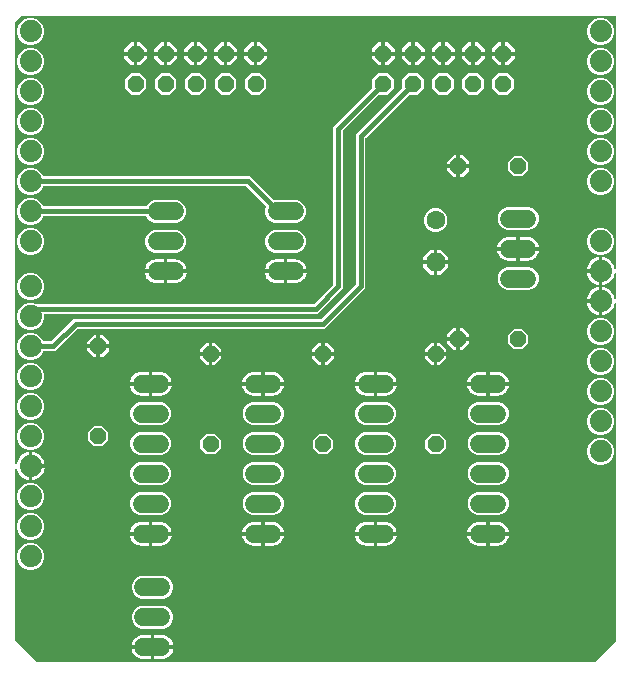
<source format=gbr>
G04 EAGLE Gerber RS-274X export*
G75*
%MOMM*%
%FSLAX34Y34*%
%LPD*%
%INTop Copper*%
%IPPOS*%
%AMOC8*
5,1,8,0,0,1.08239X$1,22.5*%
G01*
%ADD10C,1.524000*%
%ADD11P,1.429621X8X22.500000*%
%ADD12P,1.732040X8X292.500000*%
%ADD13C,1.600200*%
%ADD14P,1.429621X8X202.500000*%
%ADD15P,1.539592X8X202.500000*%
%ADD16C,1.879600*%
%ADD17P,1.429621X8X292.500000*%
%ADD18C,0.406400*%

G36*
X502724Y12207D02*
X502724Y12207D01*
X502815Y12215D01*
X502845Y12227D01*
X502877Y12232D01*
X502958Y12275D01*
X503042Y12311D01*
X503074Y12337D01*
X503094Y12348D01*
X503117Y12371D01*
X503173Y12416D01*
X520984Y30227D01*
X521037Y30301D01*
X521097Y30371D01*
X521109Y30401D01*
X521128Y30427D01*
X521155Y30514D01*
X521189Y30599D01*
X521193Y30640D01*
X521200Y30662D01*
X521199Y30694D01*
X521207Y30766D01*
X521207Y314897D01*
X521197Y314960D01*
X521197Y315024D01*
X521177Y315081D01*
X521168Y315140D01*
X521138Y315196D01*
X521117Y315257D01*
X521080Y315304D01*
X521052Y315357D01*
X521006Y315401D01*
X520967Y315452D01*
X520918Y315485D01*
X520874Y315527D01*
X520816Y315554D01*
X520763Y315589D01*
X520705Y315605D01*
X520651Y315630D01*
X520587Y315637D01*
X520526Y315654D01*
X520466Y315651D01*
X520407Y315657D01*
X520344Y315644D01*
X520280Y315640D01*
X520225Y315618D01*
X520166Y315605D01*
X520111Y315572D01*
X520052Y315549D01*
X520007Y315510D01*
X519955Y315479D01*
X519914Y315430D01*
X519865Y315389D01*
X519834Y315338D01*
X519795Y315292D01*
X519771Y315233D01*
X519738Y315178D01*
X519716Y315095D01*
X519703Y315064D01*
X519701Y315040D01*
X519694Y315016D01*
X519645Y314704D01*
X519064Y312917D01*
X518211Y311243D01*
X517106Y309722D01*
X515778Y308394D01*
X514257Y307289D01*
X512583Y306436D01*
X510796Y305855D01*
X509523Y305654D01*
X509523Y316738D01*
X509520Y316758D01*
X509522Y316777D01*
X509500Y316879D01*
X509483Y316981D01*
X509474Y316998D01*
X509470Y317018D01*
X509417Y317107D01*
X509368Y317198D01*
X509354Y317212D01*
X509344Y317229D01*
X509265Y317296D01*
X509190Y317367D01*
X509172Y317376D01*
X509157Y317389D01*
X509061Y317427D01*
X508967Y317471D01*
X508947Y317473D01*
X508929Y317481D01*
X508762Y317499D01*
X507999Y317499D01*
X507999Y317501D01*
X508762Y317501D01*
X508782Y317504D01*
X508801Y317502D01*
X508903Y317524D01*
X509005Y317541D01*
X509022Y317550D01*
X509042Y317554D01*
X509131Y317607D01*
X509222Y317656D01*
X509236Y317670D01*
X509253Y317680D01*
X509320Y317759D01*
X509391Y317834D01*
X509400Y317852D01*
X509413Y317867D01*
X509452Y317963D01*
X509495Y318057D01*
X509497Y318077D01*
X509505Y318095D01*
X509523Y318262D01*
X509523Y329346D01*
X510796Y329145D01*
X512583Y328564D01*
X514257Y327711D01*
X515778Y326606D01*
X517106Y325278D01*
X518211Y323757D01*
X519064Y322083D01*
X519645Y320296D01*
X519694Y319984D01*
X519714Y319923D01*
X519725Y319860D01*
X519753Y319807D01*
X519771Y319750D01*
X519810Y319699D01*
X519840Y319643D01*
X519883Y319601D01*
X519919Y319554D01*
X519972Y319517D01*
X520018Y319473D01*
X520072Y319448D01*
X520122Y319414D01*
X520183Y319397D01*
X520241Y319370D01*
X520301Y319363D01*
X520358Y319347D01*
X520422Y319350D01*
X520485Y319343D01*
X520544Y319355D01*
X520604Y319358D01*
X520663Y319381D01*
X520726Y319395D01*
X520777Y319426D01*
X520833Y319447D01*
X520882Y319488D01*
X520937Y319521D01*
X520976Y319567D01*
X521022Y319605D01*
X521055Y319659D01*
X521097Y319708D01*
X521119Y319764D01*
X521151Y319815D01*
X521165Y319877D01*
X521189Y319936D01*
X521198Y320022D01*
X521206Y320054D01*
X521205Y320078D01*
X521207Y320103D01*
X521207Y340297D01*
X521204Y340315D01*
X521206Y340331D01*
X521197Y340374D01*
X521197Y340424D01*
X521177Y340481D01*
X521168Y340540D01*
X521156Y340561D01*
X521154Y340571D01*
X521136Y340602D01*
X521117Y340657D01*
X521080Y340704D01*
X521052Y340757D01*
X521030Y340779D01*
X521028Y340782D01*
X521010Y340798D01*
X521006Y340801D01*
X520967Y340852D01*
X520918Y340885D01*
X520874Y340927D01*
X520841Y340942D01*
X520838Y340944D01*
X520816Y340954D01*
X520763Y340989D01*
X520705Y341005D01*
X520651Y341030D01*
X520587Y341037D01*
X520526Y341054D01*
X520466Y341051D01*
X520407Y341057D01*
X520344Y341044D01*
X520280Y341040D01*
X520225Y341018D01*
X520166Y341005D01*
X520111Y340972D01*
X520052Y340949D01*
X520007Y340910D01*
X520001Y340906D01*
X519985Y340898D01*
X519983Y340895D01*
X519955Y340879D01*
X519914Y340830D01*
X519865Y340789D01*
X519836Y340742D01*
X519816Y340720D01*
X519812Y340712D01*
X519795Y340692D01*
X519771Y340633D01*
X519738Y340578D01*
X519722Y340518D01*
X519712Y340496D01*
X519710Y340482D01*
X519703Y340464D01*
X519701Y340440D01*
X519694Y340416D01*
X519645Y340104D01*
X519064Y338317D01*
X518211Y336643D01*
X517106Y335122D01*
X515778Y333794D01*
X514257Y332689D01*
X512583Y331836D01*
X510796Y331255D01*
X509523Y331054D01*
X509523Y342138D01*
X509520Y342158D01*
X509522Y342177D01*
X509500Y342279D01*
X509483Y342381D01*
X509474Y342398D01*
X509470Y342418D01*
X509417Y342507D01*
X509368Y342598D01*
X509354Y342612D01*
X509344Y342629D01*
X509265Y342696D01*
X509190Y342767D01*
X509172Y342776D01*
X509157Y342789D01*
X509061Y342827D01*
X508967Y342871D01*
X508947Y342873D01*
X508929Y342881D01*
X508762Y342899D01*
X507999Y342899D01*
X507999Y342901D01*
X508762Y342901D01*
X508782Y342904D01*
X508801Y342902D01*
X508903Y342924D01*
X509005Y342941D01*
X509022Y342950D01*
X509042Y342954D01*
X509131Y343007D01*
X509222Y343056D01*
X509236Y343070D01*
X509253Y343080D01*
X509320Y343159D01*
X509391Y343234D01*
X509400Y343252D01*
X509413Y343267D01*
X509452Y343363D01*
X509495Y343457D01*
X509497Y343477D01*
X509505Y343495D01*
X509523Y343662D01*
X509523Y354746D01*
X510796Y354545D01*
X512583Y353964D01*
X514257Y353111D01*
X515778Y352006D01*
X517106Y350678D01*
X518211Y349157D01*
X519064Y347483D01*
X519645Y345696D01*
X519694Y345384D01*
X519714Y345323D01*
X519725Y345260D01*
X519753Y345207D01*
X519771Y345150D01*
X519810Y345099D01*
X519840Y345043D01*
X519883Y345001D01*
X519919Y344954D01*
X519972Y344917D01*
X520018Y344873D01*
X520072Y344848D01*
X520122Y344814D01*
X520183Y344797D01*
X520241Y344770D01*
X520301Y344763D01*
X520358Y344747D01*
X520422Y344750D01*
X520485Y344743D01*
X520544Y344755D01*
X520604Y344758D01*
X520663Y344781D01*
X520726Y344795D01*
X520777Y344826D01*
X520833Y344847D01*
X520882Y344888D01*
X520937Y344921D01*
X520976Y344967D01*
X521022Y345005D01*
X521055Y345059D01*
X521097Y345108D01*
X521119Y345164D01*
X521151Y345215D01*
X521165Y345277D01*
X521189Y345336D01*
X521198Y345422D01*
X521206Y345454D01*
X521205Y345478D01*
X521207Y345503D01*
X521207Y558546D01*
X521204Y558566D01*
X521206Y558585D01*
X521184Y558687D01*
X521168Y558789D01*
X521158Y558806D01*
X521154Y558826D01*
X521101Y558915D01*
X521052Y559006D01*
X521038Y559020D01*
X521028Y559037D01*
X520949Y559104D01*
X520874Y559176D01*
X520856Y559184D01*
X520841Y559197D01*
X520745Y559236D01*
X520651Y559279D01*
X520631Y559281D01*
X520613Y559289D01*
X520446Y559307D01*
X18066Y559307D01*
X17976Y559293D01*
X17885Y559285D01*
X17855Y559273D01*
X17823Y559268D01*
X17742Y559225D01*
X17658Y559189D01*
X17626Y559163D01*
X17606Y559152D01*
X17583Y559129D01*
X17527Y559084D01*
X12416Y553973D01*
X12373Y553913D01*
X12332Y553870D01*
X12325Y553854D01*
X12303Y553829D01*
X12291Y553799D01*
X12272Y553773D01*
X12245Y553686D01*
X12239Y553670D01*
X12228Y553646D01*
X12228Y553641D01*
X12211Y553601D01*
X12207Y553560D01*
X12200Y553538D01*
X12201Y553506D01*
X12193Y553434D01*
X12193Y180403D01*
X12194Y180394D01*
X12194Y180390D01*
X12198Y180368D01*
X12203Y180340D01*
X12203Y180276D01*
X12223Y180219D01*
X12232Y180160D01*
X12262Y180104D01*
X12283Y180043D01*
X12320Y179996D01*
X12348Y179943D01*
X12394Y179899D01*
X12433Y179848D01*
X12483Y179815D01*
X12526Y179773D01*
X12584Y179746D01*
X12637Y179711D01*
X12695Y179695D01*
X12749Y179670D01*
X12812Y179663D01*
X12874Y179646D01*
X12934Y179649D01*
X12993Y179643D01*
X13056Y179656D01*
X13120Y179660D01*
X13175Y179682D01*
X13234Y179695D01*
X13289Y179728D01*
X13348Y179751D01*
X13394Y179790D01*
X13445Y179821D01*
X13486Y179870D01*
X13535Y179911D01*
X13566Y179962D01*
X13605Y180008D01*
X13629Y180067D01*
X13662Y180122D01*
X13684Y180205D01*
X13697Y180236D01*
X13699Y180260D01*
X13706Y180284D01*
X13755Y180596D01*
X14336Y182383D01*
X15189Y184057D01*
X16294Y185578D01*
X17622Y186906D01*
X19143Y188011D01*
X20817Y188864D01*
X22604Y189445D01*
X23877Y189646D01*
X23877Y178562D01*
X23880Y178542D01*
X23878Y178523D01*
X23900Y178421D01*
X23917Y178319D01*
X23926Y178302D01*
X23930Y178282D01*
X23983Y178193D01*
X24032Y178102D01*
X24046Y178088D01*
X24056Y178071D01*
X24135Y178004D01*
X24210Y177933D01*
X24228Y177924D01*
X24243Y177911D01*
X24339Y177873D01*
X24433Y177829D01*
X24453Y177827D01*
X24471Y177819D01*
X24638Y177801D01*
X25401Y177801D01*
X25401Y177799D01*
X24638Y177799D01*
X24618Y177796D01*
X24599Y177798D01*
X24497Y177776D01*
X24395Y177759D01*
X24378Y177750D01*
X24358Y177746D01*
X24269Y177693D01*
X24178Y177644D01*
X24164Y177630D01*
X24147Y177620D01*
X24080Y177541D01*
X24009Y177466D01*
X24000Y177448D01*
X23987Y177433D01*
X23948Y177337D01*
X23905Y177243D01*
X23903Y177223D01*
X23895Y177205D01*
X23877Y177038D01*
X23877Y165954D01*
X22604Y166155D01*
X20817Y166736D01*
X19143Y167589D01*
X17622Y168694D01*
X16294Y170022D01*
X15189Y171543D01*
X14336Y173217D01*
X13755Y175004D01*
X13706Y175316D01*
X13686Y175377D01*
X13675Y175440D01*
X13648Y175493D01*
X13629Y175550D01*
X13590Y175601D01*
X13560Y175657D01*
X13517Y175698D01*
X13481Y175746D01*
X13428Y175783D01*
X13382Y175827D01*
X13328Y175852D01*
X13278Y175886D01*
X13217Y175903D01*
X13159Y175930D01*
X13099Y175937D01*
X13042Y175953D01*
X12978Y175950D01*
X12915Y175957D01*
X12856Y175945D01*
X12796Y175942D01*
X12737Y175919D01*
X12674Y175905D01*
X12623Y175874D01*
X12567Y175853D01*
X12518Y175812D01*
X12463Y175779D01*
X12424Y175733D01*
X12378Y175695D01*
X12345Y175641D01*
X12303Y175592D01*
X12281Y175536D01*
X12249Y175485D01*
X12235Y175423D01*
X12211Y175364D01*
X12202Y175278D01*
X12194Y175246D01*
X12195Y175221D01*
X12193Y175197D01*
X12193Y30766D01*
X12207Y30676D01*
X12215Y30585D01*
X12227Y30555D01*
X12232Y30523D01*
X12275Y30442D01*
X12311Y30358D01*
X12337Y30326D01*
X12348Y30306D01*
X12371Y30283D01*
X12416Y30227D01*
X19500Y23144D01*
X19500Y23143D01*
X30227Y12416D01*
X30301Y12363D01*
X30371Y12303D01*
X30401Y12291D01*
X30427Y12272D01*
X30514Y12245D01*
X30599Y12211D01*
X30640Y12207D01*
X30662Y12200D01*
X30694Y12201D01*
X30766Y12193D01*
X502634Y12193D01*
X502724Y12207D01*
G37*
%LPC*%
G36*
X23126Y267969D02*
X23126Y267969D01*
X18925Y269710D01*
X15710Y272925D01*
X13969Y277126D01*
X13969Y281674D01*
X15710Y285875D01*
X18925Y289090D01*
X23126Y290831D01*
X27674Y290831D01*
X31875Y289090D01*
X35090Y285875D01*
X35894Y283935D01*
X35956Y283835D01*
X36016Y283735D01*
X36021Y283731D01*
X36024Y283726D01*
X36113Y283651D01*
X36203Y283575D01*
X36209Y283573D01*
X36213Y283569D01*
X36321Y283527D01*
X36431Y283483D01*
X36438Y283482D01*
X36443Y283481D01*
X36461Y283480D01*
X36598Y283465D01*
X42451Y283465D01*
X42541Y283479D01*
X42632Y283487D01*
X42662Y283499D01*
X42694Y283504D01*
X42774Y283547D01*
X42858Y283583D01*
X42890Y283609D01*
X42911Y283620D01*
X42933Y283643D01*
X42989Y283688D01*
X61816Y302515D01*
X271051Y302515D01*
X271141Y302529D01*
X271232Y302537D01*
X271262Y302549D01*
X271294Y302554D01*
X271374Y302597D01*
X271458Y302633D01*
X271490Y302659D01*
X271511Y302670D01*
X271533Y302693D01*
X271589Y302738D01*
X300512Y331661D01*
X300565Y331735D01*
X300625Y331804D01*
X300637Y331834D01*
X300656Y331860D01*
X300683Y331947D01*
X300717Y332032D01*
X300721Y332073D01*
X300728Y332096D01*
X300727Y332128D01*
X300735Y332199D01*
X300735Y458884D01*
X339882Y498031D01*
X339935Y498105D01*
X339995Y498174D01*
X340007Y498204D01*
X340026Y498230D01*
X340053Y498317D01*
X340087Y498402D01*
X340091Y498443D01*
X340098Y498466D01*
X340097Y498498D01*
X340105Y498569D01*
X340105Y505438D01*
X345462Y510795D01*
X353038Y510795D01*
X358395Y505438D01*
X358395Y497862D01*
X353038Y492505D01*
X346169Y492505D01*
X346079Y492491D01*
X345988Y492483D01*
X345958Y492471D01*
X345926Y492466D01*
X345846Y492423D01*
X345762Y492387D01*
X345730Y492361D01*
X345709Y492350D01*
X345687Y492327D01*
X345631Y492282D01*
X309088Y455739D01*
X309040Y455673D01*
X309036Y455668D01*
X309034Y455665D01*
X308975Y455596D01*
X308963Y455566D01*
X308944Y455540D01*
X308917Y455453D01*
X308883Y455368D01*
X308879Y455327D01*
X308872Y455304D01*
X308873Y455272D01*
X308865Y455201D01*
X308865Y328516D01*
X274734Y294385D01*
X65499Y294385D01*
X65409Y294371D01*
X65318Y294363D01*
X65288Y294351D01*
X65256Y294346D01*
X65176Y294303D01*
X65092Y294267D01*
X65060Y294241D01*
X65039Y294230D01*
X65017Y294207D01*
X64961Y294162D01*
X46134Y275335D01*
X36598Y275335D01*
X36483Y275316D01*
X36367Y275299D01*
X36361Y275297D01*
X36355Y275296D01*
X36252Y275241D01*
X36147Y275188D01*
X36143Y275183D01*
X36137Y275180D01*
X36057Y275096D01*
X35975Y275012D01*
X35971Y275006D01*
X35968Y275002D01*
X35960Y274985D01*
X35894Y274865D01*
X35090Y272925D01*
X31875Y269710D01*
X27674Y267969D01*
X23126Y267969D01*
G37*
%LPD*%
%LPC*%
G36*
X23126Y293369D02*
X23126Y293369D01*
X18925Y295110D01*
X15710Y298325D01*
X13969Y302526D01*
X13969Y307074D01*
X15710Y311275D01*
X18925Y314490D01*
X23126Y316231D01*
X27674Y316231D01*
X29987Y315273D01*
X30050Y315258D01*
X30111Y315233D01*
X30194Y315224D01*
X30226Y315217D01*
X30245Y315218D01*
X30278Y315215D01*
X264701Y315215D01*
X264791Y315229D01*
X264882Y315237D01*
X264912Y315249D01*
X264944Y315254D01*
X265024Y315297D01*
X265108Y315333D01*
X265140Y315359D01*
X265161Y315370D01*
X265183Y315393D01*
X265239Y315438D01*
X281462Y331661D01*
X281515Y331735D01*
X281575Y331804D01*
X281587Y331834D01*
X281606Y331860D01*
X281633Y331947D01*
X281667Y332032D01*
X281671Y332073D01*
X281678Y332095D01*
X281677Y332128D01*
X281685Y332199D01*
X281685Y465234D01*
X314482Y498031D01*
X314535Y498105D01*
X314595Y498174D01*
X314607Y498204D01*
X314626Y498230D01*
X314653Y498317D01*
X314687Y498402D01*
X314691Y498443D01*
X314698Y498465D01*
X314697Y498498D01*
X314705Y498569D01*
X314705Y505438D01*
X320062Y510795D01*
X327638Y510795D01*
X332995Y505438D01*
X332995Y497862D01*
X327638Y492505D01*
X320769Y492505D01*
X320679Y492491D01*
X320588Y492483D01*
X320558Y492471D01*
X320526Y492466D01*
X320446Y492423D01*
X320362Y492387D01*
X320330Y492361D01*
X320309Y492350D01*
X320287Y492327D01*
X320231Y492282D01*
X290038Y462089D01*
X289985Y462015D01*
X289925Y461946D01*
X289913Y461916D01*
X289894Y461890D01*
X289867Y461803D01*
X289833Y461718D01*
X289829Y461677D01*
X289822Y461654D01*
X289823Y461622D01*
X289815Y461551D01*
X289815Y328516D01*
X287211Y325912D01*
X270988Y309689D01*
X268384Y307085D01*
X37592Y307085D01*
X37572Y307082D01*
X37553Y307084D01*
X37451Y307062D01*
X37349Y307046D01*
X37332Y307036D01*
X37312Y307032D01*
X37223Y306979D01*
X37132Y306930D01*
X37118Y306916D01*
X37101Y306906D01*
X37034Y306827D01*
X36962Y306752D01*
X36954Y306734D01*
X36941Y306719D01*
X36902Y306623D01*
X36859Y306529D01*
X36857Y306509D01*
X36849Y306491D01*
X36831Y306324D01*
X36831Y302526D01*
X35090Y298325D01*
X31875Y295110D01*
X27674Y293369D01*
X23126Y293369D01*
G37*
%LPD*%
%LPC*%
G36*
X231760Y384047D02*
X231760Y384047D01*
X228212Y385517D01*
X225497Y388232D01*
X224027Y391780D01*
X224027Y395620D01*
X224786Y397451D01*
X224812Y397565D01*
X224841Y397678D01*
X224841Y397685D01*
X224842Y397691D01*
X224831Y397807D01*
X224822Y397924D01*
X224819Y397929D01*
X224819Y397936D01*
X224771Y398043D01*
X224726Y398150D01*
X224721Y398156D01*
X224719Y398160D01*
X224706Y398174D01*
X224621Y398281D01*
X208089Y414812D01*
X208015Y414865D01*
X207946Y414925D01*
X207916Y414937D01*
X207890Y414956D01*
X207803Y414983D01*
X207718Y415017D01*
X207677Y415021D01*
X207654Y415028D01*
X207622Y415027D01*
X207551Y415035D01*
X36598Y415035D01*
X36483Y415016D01*
X36367Y414999D01*
X36361Y414997D01*
X36355Y414996D01*
X36252Y414941D01*
X36147Y414888D01*
X36143Y414883D01*
X36137Y414880D01*
X36058Y414796D01*
X35975Y414712D01*
X35971Y414706D01*
X35968Y414702D01*
X35960Y414685D01*
X35894Y414565D01*
X35090Y412625D01*
X31875Y409410D01*
X27674Y407669D01*
X23126Y407669D01*
X18925Y409410D01*
X15710Y412625D01*
X13969Y416826D01*
X13969Y421374D01*
X15710Y425575D01*
X18925Y428790D01*
X23126Y430531D01*
X27674Y430531D01*
X31875Y428790D01*
X35090Y425575D01*
X35894Y423635D01*
X35956Y423535D01*
X36016Y423435D01*
X36021Y423431D01*
X36024Y423426D01*
X36113Y423351D01*
X36203Y423275D01*
X36209Y423273D01*
X36213Y423269D01*
X36321Y423227D01*
X36431Y423183D01*
X36438Y423182D01*
X36443Y423181D01*
X36461Y423180D01*
X36598Y423165D01*
X211234Y423165D01*
X230895Y403503D01*
X230989Y403436D01*
X231084Y403365D01*
X231090Y403363D01*
X231095Y403360D01*
X231206Y403326D01*
X231318Y403289D01*
X231324Y403289D01*
X231330Y403287D01*
X231447Y403290D01*
X231564Y403291D01*
X231571Y403294D01*
X231576Y403294D01*
X231593Y403300D01*
X231725Y403338D01*
X231760Y403353D01*
X250840Y403353D01*
X254388Y401883D01*
X257103Y399168D01*
X258573Y395620D01*
X258573Y391780D01*
X257103Y388232D01*
X254388Y385517D01*
X250840Y384047D01*
X231760Y384047D01*
G37*
%LPD*%
%LPC*%
G36*
X23126Y382269D02*
X23126Y382269D01*
X18925Y384010D01*
X15710Y387225D01*
X13969Y391426D01*
X13969Y395974D01*
X15710Y400175D01*
X18925Y403390D01*
X23126Y405131D01*
X27674Y405131D01*
X31875Y403390D01*
X35090Y400175D01*
X35894Y398235D01*
X35956Y398135D01*
X36016Y398035D01*
X36021Y398031D01*
X36024Y398026D01*
X36113Y397951D01*
X36203Y397875D01*
X36209Y397873D01*
X36213Y397869D01*
X36321Y397827D01*
X36431Y397783D01*
X36438Y397782D01*
X36443Y397781D01*
X36461Y397780D01*
X36598Y397765D01*
X122807Y397765D01*
X122922Y397784D01*
X123038Y397801D01*
X123044Y397803D01*
X123050Y397804D01*
X123152Y397859D01*
X123257Y397912D01*
X123262Y397917D01*
X123267Y397920D01*
X123347Y398004D01*
X123429Y398088D01*
X123433Y398094D01*
X123436Y398098D01*
X123444Y398115D01*
X123510Y398235D01*
X123897Y399168D01*
X126612Y401883D01*
X130160Y403353D01*
X149240Y403353D01*
X152788Y401883D01*
X155503Y399168D01*
X156973Y395620D01*
X156973Y391780D01*
X155503Y388232D01*
X152788Y385517D01*
X149240Y384047D01*
X130160Y384047D01*
X126612Y385517D01*
X123897Y388232D01*
X123510Y389165D01*
X123449Y389265D01*
X123389Y389365D01*
X123384Y389369D01*
X123381Y389374D01*
X123291Y389449D01*
X123202Y389525D01*
X123196Y389527D01*
X123191Y389531D01*
X123083Y389573D01*
X122974Y389617D01*
X122966Y389618D01*
X122962Y389619D01*
X122943Y389620D01*
X122807Y389635D01*
X36598Y389635D01*
X36483Y389616D01*
X36367Y389599D01*
X36361Y389597D01*
X36355Y389596D01*
X36252Y389541D01*
X36147Y389488D01*
X36143Y389483D01*
X36137Y389480D01*
X36058Y389396D01*
X35975Y389312D01*
X35971Y389306D01*
X35968Y389302D01*
X35960Y389285D01*
X35894Y389165D01*
X35090Y387225D01*
X31875Y384010D01*
X27674Y382269D01*
X23126Y382269D01*
G37*
%LPD*%
%LPC*%
G36*
X117460Y136397D02*
X117460Y136397D01*
X113912Y137867D01*
X111197Y140582D01*
X109727Y144130D01*
X109727Y147970D01*
X111197Y151518D01*
X113912Y154233D01*
X117460Y155703D01*
X136540Y155703D01*
X140088Y154233D01*
X142803Y151518D01*
X144273Y147970D01*
X144273Y144130D01*
X142803Y140582D01*
X140088Y137867D01*
X136540Y136397D01*
X117460Y136397D01*
G37*
%LPD*%
%LPC*%
G36*
X212710Y136397D02*
X212710Y136397D01*
X209162Y137867D01*
X206447Y140582D01*
X204977Y144130D01*
X204977Y147970D01*
X206447Y151518D01*
X209162Y154233D01*
X212710Y155703D01*
X231790Y155703D01*
X235338Y154233D01*
X238053Y151518D01*
X239523Y147970D01*
X239523Y144130D01*
X238053Y140582D01*
X235338Y137867D01*
X231790Y136397D01*
X212710Y136397D01*
G37*
%LPD*%
%LPC*%
G36*
X307960Y136397D02*
X307960Y136397D01*
X304412Y137867D01*
X301697Y140582D01*
X300227Y144130D01*
X300227Y147970D01*
X301697Y151518D01*
X304412Y154233D01*
X307960Y155703D01*
X327040Y155703D01*
X330588Y154233D01*
X333303Y151518D01*
X334773Y147970D01*
X334773Y144130D01*
X333303Y140582D01*
X330588Y137867D01*
X327040Y136397D01*
X307960Y136397D01*
G37*
%LPD*%
%LPC*%
G36*
X403210Y136397D02*
X403210Y136397D01*
X399662Y137867D01*
X396947Y140582D01*
X395477Y144130D01*
X395477Y147970D01*
X396947Y151518D01*
X399662Y154233D01*
X403210Y155703D01*
X422290Y155703D01*
X425838Y154233D01*
X428553Y151518D01*
X430023Y147970D01*
X430023Y144130D01*
X428553Y140582D01*
X425838Y137867D01*
X422290Y136397D01*
X403210Y136397D01*
G37*
%LPD*%
%LPC*%
G36*
X130160Y358647D02*
X130160Y358647D01*
X126612Y360117D01*
X123897Y362832D01*
X122427Y366380D01*
X122427Y370220D01*
X123897Y373768D01*
X126612Y376483D01*
X130160Y377953D01*
X149240Y377953D01*
X152788Y376483D01*
X155503Y373768D01*
X156973Y370220D01*
X156973Y366380D01*
X155503Y362832D01*
X152788Y360117D01*
X149240Y358647D01*
X130160Y358647D01*
G37*
%LPD*%
%LPC*%
G36*
X231760Y358647D02*
X231760Y358647D01*
X228212Y360117D01*
X225497Y362832D01*
X224027Y366380D01*
X224027Y370220D01*
X225497Y373768D01*
X228212Y376483D01*
X231760Y377953D01*
X250840Y377953D01*
X254388Y376483D01*
X257103Y373768D01*
X258573Y370220D01*
X258573Y366380D01*
X257103Y362832D01*
X254388Y360117D01*
X250840Y358647D01*
X231760Y358647D01*
G37*
%LPD*%
%LPC*%
G36*
X307960Y161797D02*
X307960Y161797D01*
X304412Y163267D01*
X301697Y165982D01*
X300227Y169530D01*
X300227Y173370D01*
X301697Y176918D01*
X304412Y179633D01*
X307960Y181103D01*
X327040Y181103D01*
X330588Y179633D01*
X333303Y176918D01*
X334773Y173370D01*
X334773Y169530D01*
X333303Y165982D01*
X330588Y163267D01*
X327040Y161797D01*
X307960Y161797D01*
G37*
%LPD*%
%LPC*%
G36*
X403210Y161797D02*
X403210Y161797D01*
X399662Y163267D01*
X396947Y165982D01*
X395477Y169530D01*
X395477Y173370D01*
X396947Y176918D01*
X399662Y179633D01*
X403210Y181103D01*
X422290Y181103D01*
X425838Y179633D01*
X428553Y176918D01*
X430023Y173370D01*
X430023Y169530D01*
X428553Y165982D01*
X425838Y163267D01*
X422290Y161797D01*
X403210Y161797D01*
G37*
%LPD*%
%LPC*%
G36*
X117460Y161797D02*
X117460Y161797D01*
X113912Y163267D01*
X111197Y165982D01*
X109727Y169530D01*
X109727Y173370D01*
X111197Y176918D01*
X113912Y179633D01*
X117460Y181103D01*
X136540Y181103D01*
X140088Y179633D01*
X142803Y176918D01*
X144273Y173370D01*
X144273Y169530D01*
X142803Y165982D01*
X140088Y163267D01*
X136540Y161797D01*
X117460Y161797D01*
G37*
%LPD*%
%LPC*%
G36*
X118984Y40385D02*
X118984Y40385D01*
X115436Y41855D01*
X112721Y44570D01*
X111251Y48118D01*
X111251Y51958D01*
X112721Y55506D01*
X115436Y58221D01*
X118984Y59691D01*
X138064Y59691D01*
X141612Y58221D01*
X144327Y55506D01*
X145797Y51958D01*
X145797Y48118D01*
X144327Y44570D01*
X141612Y41855D01*
X138064Y40385D01*
X118984Y40385D01*
G37*
%LPD*%
%LPC*%
G36*
X118984Y65785D02*
X118984Y65785D01*
X115436Y67255D01*
X112721Y69970D01*
X111251Y73518D01*
X111251Y77358D01*
X112721Y80906D01*
X115436Y83621D01*
X118984Y85091D01*
X138064Y85091D01*
X141612Y83621D01*
X144327Y80906D01*
X145797Y77358D01*
X145797Y73518D01*
X144327Y69970D01*
X141612Y67255D01*
X138064Y65785D01*
X118984Y65785D01*
G37*
%LPD*%
%LPC*%
G36*
X212710Y161797D02*
X212710Y161797D01*
X209162Y163267D01*
X206447Y165982D01*
X204977Y169530D01*
X204977Y173370D01*
X206447Y176918D01*
X209162Y179633D01*
X212710Y181103D01*
X231790Y181103D01*
X235338Y179633D01*
X238053Y176918D01*
X239523Y173370D01*
X239523Y169530D01*
X238053Y165982D01*
X235338Y163267D01*
X231790Y161797D01*
X212710Y161797D01*
G37*
%LPD*%
%LPC*%
G36*
X428610Y377697D02*
X428610Y377697D01*
X425062Y379167D01*
X422347Y381882D01*
X420877Y385430D01*
X420877Y389270D01*
X422347Y392818D01*
X425062Y395533D01*
X428610Y397003D01*
X447690Y397003D01*
X451238Y395533D01*
X453953Y392818D01*
X455423Y389270D01*
X455423Y385430D01*
X453953Y381882D01*
X451238Y379167D01*
X447690Y377697D01*
X428610Y377697D01*
G37*
%LPD*%
%LPC*%
G36*
X403210Y212597D02*
X403210Y212597D01*
X399662Y214067D01*
X396947Y216782D01*
X395477Y220330D01*
X395477Y224170D01*
X396947Y227718D01*
X399662Y230433D01*
X403210Y231903D01*
X422290Y231903D01*
X425838Y230433D01*
X428553Y227718D01*
X430023Y224170D01*
X430023Y220330D01*
X428553Y216782D01*
X425838Y214067D01*
X422290Y212597D01*
X403210Y212597D01*
G37*
%LPD*%
%LPC*%
G36*
X117460Y187197D02*
X117460Y187197D01*
X113912Y188667D01*
X111197Y191382D01*
X109727Y194930D01*
X109727Y198770D01*
X111197Y202318D01*
X113912Y205033D01*
X117460Y206503D01*
X136540Y206503D01*
X140088Y205033D01*
X142803Y202318D01*
X144273Y198770D01*
X144273Y194930D01*
X142803Y191382D01*
X140088Y188667D01*
X136540Y187197D01*
X117460Y187197D01*
G37*
%LPD*%
%LPC*%
G36*
X212710Y187197D02*
X212710Y187197D01*
X209162Y188667D01*
X206447Y191382D01*
X204977Y194930D01*
X204977Y198770D01*
X206447Y202318D01*
X209162Y205033D01*
X212710Y206503D01*
X231790Y206503D01*
X235338Y205033D01*
X238053Y202318D01*
X239523Y198770D01*
X239523Y194930D01*
X238053Y191382D01*
X235338Y188667D01*
X231790Y187197D01*
X212710Y187197D01*
G37*
%LPD*%
%LPC*%
G36*
X307960Y187197D02*
X307960Y187197D01*
X304412Y188667D01*
X301697Y191382D01*
X300227Y194930D01*
X300227Y198770D01*
X301697Y202318D01*
X304412Y205033D01*
X307960Y206503D01*
X327040Y206503D01*
X330588Y205033D01*
X333303Y202318D01*
X334773Y198770D01*
X334773Y194930D01*
X333303Y191382D01*
X330588Y188667D01*
X327040Y187197D01*
X307960Y187197D01*
G37*
%LPD*%
%LPC*%
G36*
X403210Y187197D02*
X403210Y187197D01*
X399662Y188667D01*
X396947Y191382D01*
X395477Y194930D01*
X395477Y198770D01*
X396947Y202318D01*
X399662Y205033D01*
X403210Y206503D01*
X422290Y206503D01*
X425838Y205033D01*
X428553Y202318D01*
X430023Y198770D01*
X430023Y194930D01*
X428553Y191382D01*
X425838Y188667D01*
X422290Y187197D01*
X403210Y187197D01*
G37*
%LPD*%
%LPC*%
G36*
X117460Y212597D02*
X117460Y212597D01*
X113912Y214067D01*
X111197Y216782D01*
X109727Y220330D01*
X109727Y224170D01*
X111197Y227718D01*
X113912Y230433D01*
X117460Y231903D01*
X136540Y231903D01*
X140088Y230433D01*
X142803Y227718D01*
X144273Y224170D01*
X144273Y220330D01*
X142803Y216782D01*
X140088Y214067D01*
X136540Y212597D01*
X117460Y212597D01*
G37*
%LPD*%
%LPC*%
G36*
X212710Y212597D02*
X212710Y212597D01*
X209162Y214067D01*
X206447Y216782D01*
X204977Y220330D01*
X204977Y224170D01*
X206447Y227718D01*
X209162Y230433D01*
X212710Y231903D01*
X231790Y231903D01*
X235338Y230433D01*
X238053Y227718D01*
X239523Y224170D01*
X239523Y220330D01*
X238053Y216782D01*
X235338Y214067D01*
X231790Y212597D01*
X212710Y212597D01*
G37*
%LPD*%
%LPC*%
G36*
X307960Y212597D02*
X307960Y212597D01*
X304412Y214067D01*
X301697Y216782D01*
X300227Y220330D01*
X300227Y224170D01*
X301697Y227718D01*
X304412Y230433D01*
X307960Y231903D01*
X327040Y231903D01*
X330588Y230433D01*
X333303Y227718D01*
X334773Y224170D01*
X334773Y220330D01*
X333303Y216782D01*
X330588Y214067D01*
X327040Y212597D01*
X307960Y212597D01*
G37*
%LPD*%
%LPC*%
G36*
X428610Y326897D02*
X428610Y326897D01*
X425062Y328367D01*
X422347Y331082D01*
X420877Y334630D01*
X420877Y338470D01*
X422347Y342018D01*
X425062Y344733D01*
X428610Y346203D01*
X447690Y346203D01*
X451238Y344733D01*
X453953Y342018D01*
X455423Y338470D01*
X455423Y334630D01*
X453953Y331082D01*
X451238Y328367D01*
X447690Y326897D01*
X428610Y326897D01*
G37*
%LPD*%
%LPC*%
G36*
X505726Y534669D02*
X505726Y534669D01*
X501525Y536410D01*
X498310Y539625D01*
X496569Y543826D01*
X496569Y548374D01*
X498310Y552575D01*
X501525Y555790D01*
X505726Y557531D01*
X510274Y557531D01*
X514475Y555790D01*
X517690Y552575D01*
X519431Y548374D01*
X519431Y543826D01*
X517690Y539625D01*
X514475Y536410D01*
X510274Y534669D01*
X505726Y534669D01*
G37*
%LPD*%
%LPC*%
G36*
X23126Y534669D02*
X23126Y534669D01*
X18925Y536410D01*
X15710Y539625D01*
X13969Y543826D01*
X13969Y548374D01*
X15710Y552575D01*
X18925Y555790D01*
X23126Y557531D01*
X27674Y557531D01*
X31875Y555790D01*
X35090Y552575D01*
X36831Y548374D01*
X36831Y543826D01*
X35090Y539625D01*
X31875Y536410D01*
X27674Y534669D01*
X23126Y534669D01*
G37*
%LPD*%
%LPC*%
G36*
X505726Y280669D02*
X505726Y280669D01*
X501525Y282410D01*
X498310Y285625D01*
X496569Y289826D01*
X496569Y294374D01*
X498310Y298575D01*
X501525Y301790D01*
X505726Y303531D01*
X510274Y303531D01*
X514475Y301790D01*
X517690Y298575D01*
X519431Y294374D01*
X519431Y289826D01*
X517690Y285625D01*
X514475Y282410D01*
X510274Y280669D01*
X505726Y280669D01*
G37*
%LPD*%
%LPC*%
G36*
X23126Y318769D02*
X23126Y318769D01*
X18925Y320510D01*
X15710Y323725D01*
X13969Y327926D01*
X13969Y332474D01*
X15710Y336675D01*
X18925Y339890D01*
X23126Y341631D01*
X27674Y341631D01*
X31875Y339890D01*
X35090Y336675D01*
X36831Y332474D01*
X36831Y327926D01*
X35090Y323725D01*
X31875Y320510D01*
X27674Y318769D01*
X23126Y318769D01*
G37*
%LPD*%
%LPC*%
G36*
X23126Y356869D02*
X23126Y356869D01*
X18925Y358610D01*
X15710Y361825D01*
X13969Y366026D01*
X13969Y370574D01*
X15710Y374775D01*
X18925Y377990D01*
X23126Y379731D01*
X27674Y379731D01*
X31875Y377990D01*
X35090Y374775D01*
X36831Y370574D01*
X36831Y366026D01*
X35090Y361825D01*
X31875Y358610D01*
X27674Y356869D01*
X23126Y356869D01*
G37*
%LPD*%
%LPC*%
G36*
X505726Y356869D02*
X505726Y356869D01*
X501525Y358610D01*
X498310Y361825D01*
X496569Y366026D01*
X496569Y370574D01*
X498310Y374775D01*
X501525Y377990D01*
X505726Y379731D01*
X510274Y379731D01*
X514475Y377990D01*
X517690Y374775D01*
X519431Y370574D01*
X519431Y366026D01*
X517690Y361825D01*
X514475Y358610D01*
X510274Y356869D01*
X505726Y356869D01*
G37*
%LPD*%
%LPC*%
G36*
X23126Y90169D02*
X23126Y90169D01*
X18925Y91910D01*
X15710Y95125D01*
X13969Y99326D01*
X13969Y103874D01*
X15710Y108075D01*
X18925Y111290D01*
X23126Y113031D01*
X27674Y113031D01*
X31875Y111290D01*
X35090Y108075D01*
X36831Y103874D01*
X36831Y99326D01*
X35090Y95125D01*
X31875Y91910D01*
X27674Y90169D01*
X23126Y90169D01*
G37*
%LPD*%
%LPC*%
G36*
X505726Y255269D02*
X505726Y255269D01*
X501525Y257010D01*
X498310Y260225D01*
X496569Y264426D01*
X496569Y268974D01*
X498310Y273175D01*
X501525Y276390D01*
X505726Y278131D01*
X510274Y278131D01*
X514475Y276390D01*
X517690Y273175D01*
X519431Y268974D01*
X519431Y264426D01*
X517690Y260225D01*
X514475Y257010D01*
X510274Y255269D01*
X505726Y255269D01*
G37*
%LPD*%
%LPC*%
G36*
X505726Y407669D02*
X505726Y407669D01*
X501525Y409410D01*
X498310Y412625D01*
X496569Y416826D01*
X496569Y421374D01*
X498310Y425575D01*
X501525Y428790D01*
X505726Y430531D01*
X510274Y430531D01*
X514475Y428790D01*
X517690Y425575D01*
X519431Y421374D01*
X519431Y416826D01*
X517690Y412625D01*
X514475Y409410D01*
X510274Y407669D01*
X505726Y407669D01*
G37*
%LPD*%
%LPC*%
G36*
X505726Y229869D02*
X505726Y229869D01*
X501525Y231610D01*
X498310Y234825D01*
X496569Y239026D01*
X496569Y243574D01*
X498310Y247775D01*
X501525Y250990D01*
X505726Y252731D01*
X510274Y252731D01*
X514475Y250990D01*
X517690Y247775D01*
X519431Y243574D01*
X519431Y239026D01*
X517690Y234825D01*
X514475Y231610D01*
X510274Y229869D01*
X505726Y229869D01*
G37*
%LPD*%
%LPC*%
G36*
X23126Y433069D02*
X23126Y433069D01*
X18925Y434810D01*
X15710Y438025D01*
X13969Y442226D01*
X13969Y446774D01*
X15710Y450975D01*
X18925Y454190D01*
X23126Y455931D01*
X27674Y455931D01*
X31875Y454190D01*
X35090Y450975D01*
X36831Y446774D01*
X36831Y442226D01*
X35090Y438025D01*
X31875Y434810D01*
X27674Y433069D01*
X23126Y433069D01*
G37*
%LPD*%
%LPC*%
G36*
X505726Y433069D02*
X505726Y433069D01*
X501525Y434810D01*
X498310Y438025D01*
X496569Y442226D01*
X496569Y446774D01*
X498310Y450975D01*
X501525Y454190D01*
X505726Y455931D01*
X510274Y455931D01*
X514475Y454190D01*
X517690Y450975D01*
X519431Y446774D01*
X519431Y442226D01*
X517690Y438025D01*
X514475Y434810D01*
X510274Y433069D01*
X505726Y433069D01*
G37*
%LPD*%
%LPC*%
G36*
X23126Y458469D02*
X23126Y458469D01*
X18925Y460210D01*
X15710Y463425D01*
X13969Y467626D01*
X13969Y472174D01*
X15710Y476375D01*
X18925Y479590D01*
X23126Y481331D01*
X27674Y481331D01*
X31875Y479590D01*
X35090Y476375D01*
X36831Y472174D01*
X36831Y467626D01*
X35090Y463425D01*
X31875Y460210D01*
X27674Y458469D01*
X23126Y458469D01*
G37*
%LPD*%
%LPC*%
G36*
X505726Y458469D02*
X505726Y458469D01*
X501525Y460210D01*
X498310Y463425D01*
X496569Y467626D01*
X496569Y472174D01*
X498310Y476375D01*
X501525Y479590D01*
X505726Y481331D01*
X510274Y481331D01*
X514475Y479590D01*
X517690Y476375D01*
X519431Y472174D01*
X519431Y467626D01*
X517690Y463425D01*
X514475Y460210D01*
X510274Y458469D01*
X505726Y458469D01*
G37*
%LPD*%
%LPC*%
G36*
X505726Y509269D02*
X505726Y509269D01*
X501525Y511010D01*
X498310Y514225D01*
X496569Y518426D01*
X496569Y522974D01*
X498310Y527175D01*
X501525Y530390D01*
X505726Y532131D01*
X510274Y532131D01*
X514475Y530390D01*
X517690Y527175D01*
X519431Y522974D01*
X519431Y518426D01*
X517690Y514225D01*
X514475Y511010D01*
X510274Y509269D01*
X505726Y509269D01*
G37*
%LPD*%
%LPC*%
G36*
X23126Y483869D02*
X23126Y483869D01*
X18925Y485610D01*
X15710Y488825D01*
X13969Y493026D01*
X13969Y497574D01*
X15710Y501775D01*
X18925Y504990D01*
X23126Y506731D01*
X27674Y506731D01*
X31875Y504990D01*
X35090Y501775D01*
X36831Y497574D01*
X36831Y493026D01*
X35090Y488825D01*
X31875Y485610D01*
X27674Y483869D01*
X23126Y483869D01*
G37*
%LPD*%
%LPC*%
G36*
X505726Y483869D02*
X505726Y483869D01*
X501525Y485610D01*
X498310Y488825D01*
X496569Y493026D01*
X496569Y497574D01*
X498310Y501775D01*
X501525Y504990D01*
X505726Y506731D01*
X510274Y506731D01*
X514475Y504990D01*
X517690Y501775D01*
X519431Y497574D01*
X519431Y493026D01*
X517690Y488825D01*
X514475Y485610D01*
X510274Y483869D01*
X505726Y483869D01*
G37*
%LPD*%
%LPC*%
G36*
X23126Y217169D02*
X23126Y217169D01*
X18925Y218910D01*
X15710Y222125D01*
X13969Y226326D01*
X13969Y230874D01*
X15710Y235075D01*
X18925Y238290D01*
X23126Y240031D01*
X27674Y240031D01*
X31875Y238290D01*
X35090Y235075D01*
X36831Y230874D01*
X36831Y226326D01*
X35090Y222125D01*
X31875Y218910D01*
X27674Y217169D01*
X23126Y217169D01*
G37*
%LPD*%
%LPC*%
G36*
X23126Y115569D02*
X23126Y115569D01*
X18925Y117310D01*
X15710Y120525D01*
X13969Y124726D01*
X13969Y129274D01*
X15710Y133475D01*
X18925Y136690D01*
X23126Y138431D01*
X27674Y138431D01*
X31875Y136690D01*
X35090Y133475D01*
X36831Y129274D01*
X36831Y124726D01*
X35090Y120525D01*
X31875Y117310D01*
X27674Y115569D01*
X23126Y115569D01*
G37*
%LPD*%
%LPC*%
G36*
X505726Y204469D02*
X505726Y204469D01*
X501525Y206210D01*
X498310Y209425D01*
X496569Y213626D01*
X496569Y218174D01*
X498310Y222375D01*
X501525Y225590D01*
X505726Y227331D01*
X510274Y227331D01*
X514475Y225590D01*
X517690Y222375D01*
X519431Y218174D01*
X519431Y213626D01*
X517690Y209425D01*
X514475Y206210D01*
X510274Y204469D01*
X505726Y204469D01*
G37*
%LPD*%
%LPC*%
G36*
X23126Y509269D02*
X23126Y509269D01*
X18925Y511010D01*
X15710Y514225D01*
X13969Y518426D01*
X13969Y522974D01*
X15710Y527175D01*
X18925Y530390D01*
X23126Y532131D01*
X27674Y532131D01*
X31875Y530390D01*
X35090Y527175D01*
X36831Y522974D01*
X36831Y518426D01*
X35090Y514225D01*
X31875Y511010D01*
X27674Y509269D01*
X23126Y509269D01*
G37*
%LPD*%
%LPC*%
G36*
X23126Y140969D02*
X23126Y140969D01*
X18925Y142710D01*
X15710Y145925D01*
X13969Y150126D01*
X13969Y154674D01*
X15710Y158875D01*
X18925Y162090D01*
X23126Y163831D01*
X27674Y163831D01*
X31875Y162090D01*
X35090Y158875D01*
X36831Y154674D01*
X36831Y150126D01*
X35090Y145925D01*
X31875Y142710D01*
X27674Y140969D01*
X23126Y140969D01*
G37*
%LPD*%
%LPC*%
G36*
X505726Y179069D02*
X505726Y179069D01*
X501525Y180810D01*
X498310Y184025D01*
X496569Y188226D01*
X496569Y192774D01*
X498310Y196975D01*
X501525Y200190D01*
X505726Y201931D01*
X510274Y201931D01*
X514475Y200190D01*
X517690Y196975D01*
X519431Y192774D01*
X519431Y188226D01*
X517690Y184025D01*
X514475Y180810D01*
X510274Y179069D01*
X505726Y179069D01*
G37*
%LPD*%
%LPC*%
G36*
X23126Y242569D02*
X23126Y242569D01*
X18925Y244310D01*
X15710Y247525D01*
X13969Y251726D01*
X13969Y256274D01*
X15710Y260475D01*
X18925Y263690D01*
X23126Y265431D01*
X27674Y265431D01*
X31875Y263690D01*
X35090Y260475D01*
X36831Y256274D01*
X36831Y251726D01*
X35090Y247525D01*
X31875Y244310D01*
X27674Y242569D01*
X23126Y242569D01*
G37*
%LPD*%
%LPC*%
G36*
X23126Y191769D02*
X23126Y191769D01*
X18925Y193510D01*
X15710Y196725D01*
X13969Y200926D01*
X13969Y205474D01*
X15710Y209675D01*
X18925Y212890D01*
X23126Y214631D01*
X27674Y214631D01*
X31875Y212890D01*
X35090Y209675D01*
X36831Y205474D01*
X36831Y200926D01*
X35090Y196725D01*
X31875Y193510D01*
X27674Y191769D01*
X23126Y191769D01*
G37*
%LPD*%
%LPC*%
G36*
X366304Y376046D02*
X366304Y376046D01*
X362616Y377574D01*
X359794Y380396D01*
X358266Y384084D01*
X358266Y388076D01*
X359794Y391764D01*
X362616Y394586D01*
X366304Y396114D01*
X370296Y396114D01*
X373984Y394586D01*
X376806Y391764D01*
X378334Y388076D01*
X378334Y384084D01*
X376806Y380396D01*
X373984Y377574D01*
X370296Y376046D01*
X366304Y376046D01*
G37*
%LPD*%
%LPC*%
G36*
X396262Y492505D02*
X396262Y492505D01*
X390905Y497862D01*
X390905Y505438D01*
X396262Y510795D01*
X403838Y510795D01*
X409195Y505438D01*
X409195Y497862D01*
X403838Y492505D01*
X396262Y492505D01*
G37*
%LPD*%
%LPC*%
G36*
X370862Y492505D02*
X370862Y492505D01*
X365505Y497862D01*
X365505Y505438D01*
X370862Y510795D01*
X378438Y510795D01*
X383795Y505438D01*
X383795Y497862D01*
X378438Y492505D01*
X370862Y492505D01*
G37*
%LPD*%
%LPC*%
G36*
X212112Y492505D02*
X212112Y492505D01*
X206755Y497862D01*
X206755Y505438D01*
X212112Y510795D01*
X219688Y510795D01*
X225045Y505438D01*
X225045Y497862D01*
X219688Y492505D01*
X212112Y492505D01*
G37*
%LPD*%
%LPC*%
G36*
X186712Y492505D02*
X186712Y492505D01*
X181355Y497862D01*
X181355Y505438D01*
X186712Y510795D01*
X194288Y510795D01*
X199645Y505438D01*
X199645Y497862D01*
X194288Y492505D01*
X186712Y492505D01*
G37*
%LPD*%
%LPC*%
G36*
X161312Y492505D02*
X161312Y492505D01*
X155955Y497862D01*
X155955Y505438D01*
X161312Y510795D01*
X168888Y510795D01*
X174245Y505438D01*
X174245Y497862D01*
X168888Y492505D01*
X161312Y492505D01*
G37*
%LPD*%
%LPC*%
G36*
X110512Y492505D02*
X110512Y492505D01*
X105155Y497862D01*
X105155Y505438D01*
X110512Y510795D01*
X118088Y510795D01*
X123445Y505438D01*
X123445Y497862D01*
X118088Y492505D01*
X110512Y492505D01*
G37*
%LPD*%
%LPC*%
G36*
X135912Y492505D02*
X135912Y492505D01*
X130555Y497862D01*
X130555Y505438D01*
X135912Y510795D01*
X143488Y510795D01*
X148845Y505438D01*
X148845Y497862D01*
X143488Y492505D01*
X135912Y492505D01*
G37*
%LPD*%
%LPC*%
G36*
X421662Y492505D02*
X421662Y492505D01*
X416305Y497862D01*
X416305Y505438D01*
X421662Y510795D01*
X429238Y510795D01*
X434595Y505438D01*
X434595Y497862D01*
X429238Y492505D01*
X421662Y492505D01*
G37*
%LPD*%
%LPC*%
G36*
X269473Y188213D02*
X269473Y188213D01*
X264413Y193273D01*
X264413Y200427D01*
X269473Y205487D01*
X276627Y205487D01*
X281687Y200427D01*
X281687Y193273D01*
X276627Y188213D01*
X269473Y188213D01*
G37*
%LPD*%
%LPC*%
G36*
X364723Y188213D02*
X364723Y188213D01*
X359663Y193273D01*
X359663Y200427D01*
X364723Y205487D01*
X371877Y205487D01*
X376937Y200427D01*
X376937Y193273D01*
X371877Y188213D01*
X364723Y188213D01*
G37*
%LPD*%
%LPC*%
G36*
X434573Y277113D02*
X434573Y277113D01*
X429513Y282173D01*
X429513Y289327D01*
X434573Y294387D01*
X441727Y294387D01*
X446787Y289327D01*
X446787Y282173D01*
X441727Y277113D01*
X434573Y277113D01*
G37*
%LPD*%
%LPC*%
G36*
X434573Y423163D02*
X434573Y423163D01*
X429513Y428223D01*
X429513Y435377D01*
X434573Y440437D01*
X441727Y440437D01*
X446787Y435377D01*
X446787Y428223D01*
X441727Y423163D01*
X434573Y423163D01*
G37*
%LPD*%
%LPC*%
G36*
X174223Y188213D02*
X174223Y188213D01*
X169163Y193273D01*
X169163Y200427D01*
X174223Y205487D01*
X181377Y205487D01*
X186437Y200427D01*
X186437Y193273D01*
X181377Y188213D01*
X174223Y188213D01*
G37*
%LPD*%
%LPC*%
G36*
X78973Y194563D02*
X78973Y194563D01*
X73913Y199623D01*
X73913Y206777D01*
X78973Y211837D01*
X86127Y211837D01*
X91187Y206777D01*
X91187Y199623D01*
X86127Y194563D01*
X78973Y194563D01*
G37*
%LPD*%
%LPC*%
G36*
X414273Y122173D02*
X414273Y122173D01*
X414273Y130811D01*
X421170Y130811D01*
X422749Y130561D01*
X424270Y130066D01*
X425695Y129340D01*
X426989Y128400D01*
X428120Y127269D01*
X429060Y125975D01*
X429786Y124550D01*
X430281Y123029D01*
X430416Y122173D01*
X414273Y122173D01*
G37*
%LPD*%
%LPC*%
G36*
X128523Y249173D02*
X128523Y249173D01*
X128523Y257811D01*
X135420Y257811D01*
X136999Y257561D01*
X138520Y257066D01*
X139945Y256340D01*
X141239Y255400D01*
X142370Y254269D01*
X143310Y252975D01*
X144036Y251550D01*
X144531Y250029D01*
X144666Y249173D01*
X128523Y249173D01*
G37*
%LPD*%
%LPC*%
G36*
X319023Y122173D02*
X319023Y122173D01*
X319023Y130811D01*
X325920Y130811D01*
X327499Y130561D01*
X329020Y130066D01*
X330445Y129340D01*
X331739Y128400D01*
X332870Y127269D01*
X333810Y125975D01*
X334536Y124550D01*
X335031Y123029D01*
X335166Y122173D01*
X319023Y122173D01*
G37*
%LPD*%
%LPC*%
G36*
X439673Y363473D02*
X439673Y363473D01*
X439673Y372111D01*
X446570Y372111D01*
X448149Y371861D01*
X449670Y371366D01*
X451095Y370640D01*
X452389Y369700D01*
X453520Y368569D01*
X454460Y367275D01*
X455186Y365850D01*
X455681Y364329D01*
X455816Y363473D01*
X439673Y363473D01*
G37*
%LPD*%
%LPC*%
G36*
X130047Y26161D02*
X130047Y26161D01*
X130047Y34799D01*
X136944Y34799D01*
X138523Y34549D01*
X140044Y34054D01*
X141469Y33328D01*
X142763Y32388D01*
X143894Y31257D01*
X144834Y29963D01*
X145560Y28538D01*
X146055Y27017D01*
X146190Y26161D01*
X130047Y26161D01*
G37*
%LPD*%
%LPC*%
G36*
X319023Y249173D02*
X319023Y249173D01*
X319023Y257811D01*
X325920Y257811D01*
X327499Y257561D01*
X329020Y257066D01*
X330445Y256340D01*
X331739Y255400D01*
X332870Y254269D01*
X333810Y252975D01*
X334536Y251550D01*
X335031Y250029D01*
X335166Y249173D01*
X319023Y249173D01*
G37*
%LPD*%
%LPC*%
G36*
X414273Y249173D02*
X414273Y249173D01*
X414273Y257811D01*
X421170Y257811D01*
X422749Y257561D01*
X424270Y257066D01*
X425695Y256340D01*
X426989Y255400D01*
X428120Y254269D01*
X429060Y252975D01*
X429786Y251550D01*
X430281Y250029D01*
X430416Y249173D01*
X414273Y249173D01*
G37*
%LPD*%
%LPC*%
G36*
X223773Y249173D02*
X223773Y249173D01*
X223773Y257811D01*
X230670Y257811D01*
X232249Y257561D01*
X233770Y257066D01*
X235195Y256340D01*
X236489Y255400D01*
X237620Y254269D01*
X238560Y252975D01*
X239286Y251550D01*
X239781Y250029D01*
X239916Y249173D01*
X223773Y249173D01*
G37*
%LPD*%
%LPC*%
G36*
X242823Y344423D02*
X242823Y344423D01*
X242823Y353061D01*
X249720Y353061D01*
X251299Y352811D01*
X252820Y352316D01*
X254245Y351590D01*
X255539Y350650D01*
X256670Y349519D01*
X257610Y348225D01*
X258336Y346800D01*
X258831Y345279D01*
X258966Y344423D01*
X242823Y344423D01*
G37*
%LPD*%
%LPC*%
G36*
X128523Y122173D02*
X128523Y122173D01*
X128523Y130811D01*
X135420Y130811D01*
X136999Y130561D01*
X138520Y130066D01*
X139945Y129340D01*
X141239Y128400D01*
X142370Y127269D01*
X143310Y125975D01*
X144036Y124550D01*
X144531Y123029D01*
X144666Y122173D01*
X128523Y122173D01*
G37*
%LPD*%
%LPC*%
G36*
X223773Y122173D02*
X223773Y122173D01*
X223773Y130811D01*
X230670Y130811D01*
X232249Y130561D01*
X233770Y130066D01*
X235195Y129340D01*
X236489Y128400D01*
X237620Y127269D01*
X238560Y125975D01*
X239286Y124550D01*
X239781Y123029D01*
X239916Y122173D01*
X223773Y122173D01*
G37*
%LPD*%
%LPC*%
G36*
X141223Y344423D02*
X141223Y344423D01*
X141223Y353061D01*
X148120Y353061D01*
X149699Y352811D01*
X151220Y352316D01*
X152645Y351590D01*
X153939Y350650D01*
X155070Y349519D01*
X156010Y348225D01*
X156736Y346800D01*
X157231Y345279D01*
X157366Y344423D01*
X141223Y344423D01*
G37*
%LPD*%
%LPC*%
G36*
X204584Y122173D02*
X204584Y122173D01*
X204719Y123029D01*
X205214Y124550D01*
X205940Y125975D01*
X206880Y127269D01*
X208011Y128400D01*
X209305Y129340D01*
X210730Y130066D01*
X212251Y130561D01*
X213830Y130811D01*
X220727Y130811D01*
X220727Y122173D01*
X204584Y122173D01*
G37*
%LPD*%
%LPC*%
G36*
X109334Y122173D02*
X109334Y122173D01*
X109469Y123029D01*
X109964Y124550D01*
X110690Y125975D01*
X111630Y127269D01*
X112761Y128400D01*
X114055Y129340D01*
X115480Y130066D01*
X117001Y130561D01*
X118580Y130811D01*
X125477Y130811D01*
X125477Y122173D01*
X109334Y122173D01*
G37*
%LPD*%
%LPC*%
G36*
X110858Y26161D02*
X110858Y26161D01*
X110993Y27017D01*
X111488Y28538D01*
X112214Y29963D01*
X113154Y31257D01*
X114285Y32388D01*
X115579Y33328D01*
X117004Y34054D01*
X118525Y34549D01*
X120104Y34799D01*
X127001Y34799D01*
X127001Y26161D01*
X110858Y26161D01*
G37*
%LPD*%
%LPC*%
G36*
X204584Y249173D02*
X204584Y249173D01*
X204719Y250029D01*
X205214Y251550D01*
X205940Y252975D01*
X206880Y254269D01*
X208011Y255400D01*
X209305Y256340D01*
X210730Y257066D01*
X212251Y257561D01*
X213830Y257811D01*
X220727Y257811D01*
X220727Y249173D01*
X204584Y249173D01*
G37*
%LPD*%
%LPC*%
G36*
X420484Y363473D02*
X420484Y363473D01*
X420619Y364329D01*
X421114Y365850D01*
X421840Y367275D01*
X422780Y368569D01*
X423911Y369700D01*
X425205Y370640D01*
X426630Y371366D01*
X428151Y371861D01*
X429730Y372111D01*
X436627Y372111D01*
X436627Y363473D01*
X420484Y363473D01*
G37*
%LPD*%
%LPC*%
G36*
X109334Y249173D02*
X109334Y249173D01*
X109469Y250029D01*
X109964Y251550D01*
X110690Y252975D01*
X111630Y254269D01*
X112761Y255400D01*
X114055Y256340D01*
X115480Y257066D01*
X117001Y257561D01*
X118580Y257811D01*
X125477Y257811D01*
X125477Y249173D01*
X109334Y249173D01*
G37*
%LPD*%
%LPC*%
G36*
X299834Y249173D02*
X299834Y249173D01*
X299969Y250029D01*
X300464Y251550D01*
X301190Y252975D01*
X302130Y254269D01*
X303261Y255400D01*
X304555Y256340D01*
X305980Y257066D01*
X307501Y257561D01*
X309080Y257811D01*
X315977Y257811D01*
X315977Y249173D01*
X299834Y249173D01*
G37*
%LPD*%
%LPC*%
G36*
X395084Y249173D02*
X395084Y249173D01*
X395219Y250029D01*
X395714Y251550D01*
X396440Y252975D01*
X397380Y254269D01*
X398511Y255400D01*
X399805Y256340D01*
X401230Y257066D01*
X402751Y257561D01*
X404330Y257811D01*
X411227Y257811D01*
X411227Y249173D01*
X395084Y249173D01*
G37*
%LPD*%
%LPC*%
G36*
X122034Y344423D02*
X122034Y344423D01*
X122169Y345279D01*
X122664Y346800D01*
X123390Y348225D01*
X124330Y349519D01*
X125461Y350650D01*
X126755Y351590D01*
X128180Y352316D01*
X129701Y352811D01*
X131280Y353061D01*
X138177Y353061D01*
X138177Y344423D01*
X122034Y344423D01*
G37*
%LPD*%
%LPC*%
G36*
X223634Y344423D02*
X223634Y344423D01*
X223769Y345279D01*
X224264Y346800D01*
X224990Y348225D01*
X225930Y349519D01*
X227061Y350650D01*
X228355Y351590D01*
X229780Y352316D01*
X231301Y352811D01*
X232880Y353061D01*
X239777Y353061D01*
X239777Y344423D01*
X223634Y344423D01*
G37*
%LPD*%
%LPC*%
G36*
X395084Y122173D02*
X395084Y122173D01*
X395219Y123029D01*
X395714Y124550D01*
X396440Y125975D01*
X397380Y127269D01*
X398511Y128400D01*
X399805Y129340D01*
X401230Y130066D01*
X402751Y130561D01*
X404330Y130811D01*
X411227Y130811D01*
X411227Y122173D01*
X395084Y122173D01*
G37*
%LPD*%
%LPC*%
G36*
X299834Y122173D02*
X299834Y122173D01*
X299969Y123029D01*
X300464Y124550D01*
X301190Y125975D01*
X302130Y127269D01*
X303261Y128400D01*
X304555Y129340D01*
X305980Y130066D01*
X307501Y130561D01*
X309080Y130811D01*
X315977Y130811D01*
X315977Y122173D01*
X299834Y122173D01*
G37*
%LPD*%
%LPC*%
G36*
X223773Y110489D02*
X223773Y110489D01*
X223773Y119127D01*
X239916Y119127D01*
X239781Y118271D01*
X239286Y116750D01*
X238560Y115325D01*
X237620Y114031D01*
X236489Y112900D01*
X235195Y111960D01*
X233770Y111234D01*
X232249Y110739D01*
X230670Y110489D01*
X223773Y110489D01*
G37*
%LPD*%
%LPC*%
G36*
X141223Y332739D02*
X141223Y332739D01*
X141223Y341377D01*
X157366Y341377D01*
X157231Y340521D01*
X156736Y339000D01*
X156010Y337575D01*
X155070Y336281D01*
X153939Y335150D01*
X152645Y334210D01*
X151220Y333484D01*
X149699Y332989D01*
X148120Y332739D01*
X141223Y332739D01*
G37*
%LPD*%
%LPC*%
G36*
X319023Y110489D02*
X319023Y110489D01*
X319023Y119127D01*
X335166Y119127D01*
X335031Y118271D01*
X334536Y116750D01*
X333810Y115325D01*
X332870Y114031D01*
X331739Y112900D01*
X330445Y111960D01*
X329020Y111234D01*
X327499Y110739D01*
X325920Y110489D01*
X319023Y110489D01*
G37*
%LPD*%
%LPC*%
G36*
X414273Y110489D02*
X414273Y110489D01*
X414273Y119127D01*
X430416Y119127D01*
X430281Y118271D01*
X429786Y116750D01*
X429060Y115325D01*
X428120Y114031D01*
X426989Y112900D01*
X425695Y111960D01*
X424270Y111234D01*
X422749Y110739D01*
X421170Y110489D01*
X414273Y110489D01*
G37*
%LPD*%
%LPC*%
G36*
X128523Y237489D02*
X128523Y237489D01*
X128523Y246127D01*
X144666Y246127D01*
X144531Y245271D01*
X144036Y243750D01*
X143310Y242325D01*
X142370Y241031D01*
X141239Y239900D01*
X139945Y238960D01*
X138520Y238234D01*
X136999Y237739D01*
X135420Y237489D01*
X128523Y237489D01*
G37*
%LPD*%
%LPC*%
G36*
X242823Y332739D02*
X242823Y332739D01*
X242823Y341377D01*
X258966Y341377D01*
X258831Y340521D01*
X258336Y339000D01*
X257610Y337575D01*
X256670Y336281D01*
X255539Y335150D01*
X254245Y334210D01*
X252820Y333484D01*
X251299Y332989D01*
X249720Y332739D01*
X242823Y332739D01*
G37*
%LPD*%
%LPC*%
G36*
X223773Y237489D02*
X223773Y237489D01*
X223773Y246127D01*
X239916Y246127D01*
X239781Y245271D01*
X239286Y243750D01*
X238560Y242325D01*
X237620Y241031D01*
X236489Y239900D01*
X235195Y238960D01*
X233770Y238234D01*
X232249Y237739D01*
X230670Y237489D01*
X223773Y237489D01*
G37*
%LPD*%
%LPC*%
G36*
X414273Y237489D02*
X414273Y237489D01*
X414273Y246127D01*
X430416Y246127D01*
X430281Y245271D01*
X429786Y243750D01*
X429060Y242325D01*
X428120Y241031D01*
X426989Y239900D01*
X425695Y238960D01*
X424270Y238234D01*
X422749Y237739D01*
X421170Y237489D01*
X414273Y237489D01*
G37*
%LPD*%
%LPC*%
G36*
X319023Y237489D02*
X319023Y237489D01*
X319023Y246127D01*
X335166Y246127D01*
X335031Y245271D01*
X334536Y243750D01*
X333810Y242325D01*
X332870Y241031D01*
X331739Y239900D01*
X330445Y238960D01*
X329020Y238234D01*
X327499Y237739D01*
X325920Y237489D01*
X319023Y237489D01*
G37*
%LPD*%
%LPC*%
G36*
X130047Y14477D02*
X130047Y14477D01*
X130047Y23115D01*
X146190Y23115D01*
X146055Y22259D01*
X145560Y20738D01*
X144834Y19313D01*
X143894Y18019D01*
X142763Y16888D01*
X141469Y15948D01*
X140044Y15222D01*
X138523Y14727D01*
X136944Y14477D01*
X130047Y14477D01*
G37*
%LPD*%
%LPC*%
G36*
X128523Y110489D02*
X128523Y110489D01*
X128523Y119127D01*
X144666Y119127D01*
X144531Y118271D01*
X144036Y116750D01*
X143310Y115325D01*
X142370Y114031D01*
X141239Y112900D01*
X139945Y111960D01*
X138520Y111234D01*
X136999Y110739D01*
X135420Y110489D01*
X128523Y110489D01*
G37*
%LPD*%
%LPC*%
G36*
X439673Y351789D02*
X439673Y351789D01*
X439673Y360427D01*
X455816Y360427D01*
X455681Y359571D01*
X455186Y358050D01*
X454460Y356625D01*
X453520Y355331D01*
X452389Y354200D01*
X451095Y353260D01*
X449670Y352534D01*
X448149Y352039D01*
X446570Y351789D01*
X439673Y351789D01*
G37*
%LPD*%
%LPC*%
G36*
X309080Y110489D02*
X309080Y110489D01*
X307501Y110739D01*
X305980Y111234D01*
X304555Y111960D01*
X303261Y112900D01*
X302130Y114031D01*
X301190Y115325D01*
X300464Y116750D01*
X299969Y118271D01*
X299834Y119127D01*
X315977Y119127D01*
X315977Y110489D01*
X309080Y110489D01*
G37*
%LPD*%
%LPC*%
G36*
X213830Y110489D02*
X213830Y110489D01*
X212251Y110739D01*
X210730Y111234D01*
X209305Y111960D01*
X208011Y112900D01*
X206880Y114031D01*
X205940Y115325D01*
X205214Y116750D01*
X204719Y118271D01*
X204584Y119127D01*
X220727Y119127D01*
X220727Y110489D01*
X213830Y110489D01*
G37*
%LPD*%
%LPC*%
G36*
X118580Y110489D02*
X118580Y110489D01*
X117001Y110739D01*
X115480Y111234D01*
X114055Y111960D01*
X112761Y112900D01*
X111630Y114031D01*
X110690Y115325D01*
X109964Y116750D01*
X109469Y118271D01*
X109334Y119127D01*
X125477Y119127D01*
X125477Y110489D01*
X118580Y110489D01*
G37*
%LPD*%
%LPC*%
G36*
X120104Y14477D02*
X120104Y14477D01*
X118525Y14727D01*
X117004Y15222D01*
X115579Y15948D01*
X114285Y16888D01*
X113154Y18019D01*
X112214Y19313D01*
X111488Y20738D01*
X110993Y22259D01*
X110858Y23115D01*
X127001Y23115D01*
X127001Y14477D01*
X120104Y14477D01*
G37*
%LPD*%
%LPC*%
G36*
X429730Y351789D02*
X429730Y351789D01*
X428151Y352039D01*
X426630Y352534D01*
X425205Y353260D01*
X423911Y354200D01*
X422780Y355331D01*
X421840Y356625D01*
X421114Y358050D01*
X420619Y359571D01*
X420484Y360427D01*
X436627Y360427D01*
X436627Y351789D01*
X429730Y351789D01*
G37*
%LPD*%
%LPC*%
G36*
X232880Y332739D02*
X232880Y332739D01*
X231301Y332989D01*
X229780Y333484D01*
X228355Y334210D01*
X227061Y335150D01*
X225930Y336281D01*
X224990Y337575D01*
X224264Y339000D01*
X223769Y340521D01*
X223634Y341377D01*
X239777Y341377D01*
X239777Y332739D01*
X232880Y332739D01*
G37*
%LPD*%
%LPC*%
G36*
X131280Y332739D02*
X131280Y332739D01*
X129701Y332989D01*
X128180Y333484D01*
X126755Y334210D01*
X125461Y335150D01*
X124330Y336281D01*
X123390Y337575D01*
X122664Y339000D01*
X122169Y340521D01*
X122034Y341377D01*
X138177Y341377D01*
X138177Y332739D01*
X131280Y332739D01*
G37*
%LPD*%
%LPC*%
G36*
X118580Y237489D02*
X118580Y237489D01*
X117001Y237739D01*
X115480Y238234D01*
X114055Y238960D01*
X112761Y239900D01*
X111630Y241031D01*
X110690Y242325D01*
X109964Y243750D01*
X109469Y245271D01*
X109334Y246127D01*
X125477Y246127D01*
X125477Y237489D01*
X118580Y237489D01*
G37*
%LPD*%
%LPC*%
G36*
X404330Y237489D02*
X404330Y237489D01*
X402751Y237739D01*
X401230Y238234D01*
X399805Y238960D01*
X398511Y239900D01*
X397380Y241031D01*
X396440Y242325D01*
X395714Y243750D01*
X395219Y245271D01*
X395084Y246127D01*
X411227Y246127D01*
X411227Y237489D01*
X404330Y237489D01*
G37*
%LPD*%
%LPC*%
G36*
X309080Y237489D02*
X309080Y237489D01*
X307501Y237739D01*
X305980Y238234D01*
X304555Y238960D01*
X303261Y239900D01*
X302130Y241031D01*
X301190Y242325D01*
X300464Y243750D01*
X299969Y245271D01*
X299834Y246127D01*
X315977Y246127D01*
X315977Y237489D01*
X309080Y237489D01*
G37*
%LPD*%
%LPC*%
G36*
X213830Y237489D02*
X213830Y237489D01*
X212251Y237739D01*
X210730Y238234D01*
X209305Y238960D01*
X208011Y239900D01*
X206880Y241031D01*
X205940Y242325D01*
X205214Y243750D01*
X204719Y245271D01*
X204584Y246127D01*
X220727Y246127D01*
X220727Y237489D01*
X213830Y237489D01*
G37*
%LPD*%
%LPC*%
G36*
X404330Y110489D02*
X404330Y110489D01*
X402751Y110739D01*
X401230Y111234D01*
X399805Y111960D01*
X398511Y112900D01*
X397380Y114031D01*
X396440Y115325D01*
X395714Y116750D01*
X395219Y118271D01*
X395084Y119127D01*
X411227Y119127D01*
X411227Y110489D01*
X404330Y110489D01*
G37*
%LPD*%
%LPC*%
G36*
X26923Y179323D02*
X26923Y179323D01*
X26923Y189646D01*
X28196Y189445D01*
X29983Y188864D01*
X31657Y188011D01*
X33178Y186906D01*
X34506Y185578D01*
X35611Y184057D01*
X36464Y182383D01*
X37045Y180596D01*
X37246Y179323D01*
X26923Y179323D01*
G37*
%LPD*%
%LPC*%
G36*
X26923Y176277D02*
X26923Y176277D01*
X37246Y176277D01*
X37045Y175004D01*
X36464Y173217D01*
X35611Y171543D01*
X34506Y170022D01*
X33178Y168694D01*
X31657Y167589D01*
X29983Y166736D01*
X28196Y166155D01*
X26923Y165954D01*
X26923Y176277D01*
G37*
%LPD*%
%LPC*%
G36*
X496154Y344423D02*
X496154Y344423D01*
X496355Y345696D01*
X496936Y347483D01*
X497789Y349157D01*
X498894Y350678D01*
X500222Y352006D01*
X501743Y353111D01*
X503417Y353964D01*
X505204Y354545D01*
X506477Y354746D01*
X506477Y344423D01*
X496154Y344423D01*
G37*
%LPD*%
%LPC*%
G36*
X496154Y319023D02*
X496154Y319023D01*
X496355Y320296D01*
X496936Y322083D01*
X497789Y323757D01*
X498894Y325278D01*
X500222Y326606D01*
X501743Y327711D01*
X503417Y328564D01*
X505204Y329145D01*
X506477Y329346D01*
X506477Y319023D01*
X496154Y319023D01*
G37*
%LPD*%
%LPC*%
G36*
X505204Y305855D02*
X505204Y305855D01*
X503417Y306436D01*
X501743Y307289D01*
X500222Y308394D01*
X498894Y309722D01*
X497789Y311243D01*
X496936Y312917D01*
X496355Y314704D01*
X496154Y315977D01*
X506477Y315977D01*
X506477Y305654D01*
X505204Y305855D01*
G37*
%LPD*%
%LPC*%
G36*
X505204Y331255D02*
X505204Y331255D01*
X503417Y331836D01*
X501743Y332689D01*
X500222Y333794D01*
X498894Y335122D01*
X497789Y336643D01*
X496936Y338317D01*
X496355Y340104D01*
X496154Y341377D01*
X506477Y341377D01*
X506477Y331054D01*
X505204Y331255D01*
G37*
%LPD*%
%LPC*%
G36*
X369823Y352043D02*
X369823Y352043D01*
X369823Y361062D01*
X372667Y361062D01*
X378842Y354887D01*
X378842Y352043D01*
X369823Y352043D01*
G37*
%LPD*%
%LPC*%
G36*
X369823Y339978D02*
X369823Y339978D01*
X369823Y348997D01*
X378842Y348997D01*
X378842Y346153D01*
X372667Y339978D01*
X369823Y339978D01*
G37*
%LPD*%
%LPC*%
G36*
X357758Y352043D02*
X357758Y352043D01*
X357758Y354887D01*
X363933Y361062D01*
X366777Y361062D01*
X366777Y352043D01*
X357758Y352043D01*
G37*
%LPD*%
%LPC*%
G36*
X363933Y339978D02*
X363933Y339978D01*
X357758Y346153D01*
X357758Y348997D01*
X366777Y348997D01*
X366777Y339978D01*
X363933Y339978D01*
G37*
%LPD*%
%LPC*%
G36*
X350773Y528573D02*
X350773Y528573D01*
X350773Y536703D01*
X353248Y536703D01*
X358903Y531048D01*
X358903Y528573D01*
X350773Y528573D01*
G37*
%LPD*%
%LPC*%
G36*
X325373Y528573D02*
X325373Y528573D01*
X325373Y536703D01*
X327848Y536703D01*
X333503Y531048D01*
X333503Y528573D01*
X325373Y528573D01*
G37*
%LPD*%
%LPC*%
G36*
X192023Y528573D02*
X192023Y528573D01*
X192023Y536703D01*
X194498Y536703D01*
X200153Y531048D01*
X200153Y528573D01*
X192023Y528573D01*
G37*
%LPD*%
%LPC*%
G36*
X166623Y528573D02*
X166623Y528573D01*
X166623Y536703D01*
X169098Y536703D01*
X174753Y531048D01*
X174753Y528573D01*
X166623Y528573D01*
G37*
%LPD*%
%LPC*%
G36*
X141223Y528573D02*
X141223Y528573D01*
X141223Y536703D01*
X143698Y536703D01*
X149353Y531048D01*
X149353Y528573D01*
X141223Y528573D01*
G37*
%LPD*%
%LPC*%
G36*
X115823Y528573D02*
X115823Y528573D01*
X115823Y536703D01*
X118298Y536703D01*
X123953Y531048D01*
X123953Y528573D01*
X115823Y528573D01*
G37*
%LPD*%
%LPC*%
G36*
X217423Y528573D02*
X217423Y528573D01*
X217423Y536703D01*
X219898Y536703D01*
X225553Y531048D01*
X225553Y528573D01*
X217423Y528573D01*
G37*
%LPD*%
%LPC*%
G36*
X426973Y528573D02*
X426973Y528573D01*
X426973Y536703D01*
X429448Y536703D01*
X435103Y531048D01*
X435103Y528573D01*
X426973Y528573D01*
G37*
%LPD*%
%LPC*%
G36*
X401573Y528573D02*
X401573Y528573D01*
X401573Y536703D01*
X404048Y536703D01*
X409703Y531048D01*
X409703Y528573D01*
X401573Y528573D01*
G37*
%LPD*%
%LPC*%
G36*
X376173Y528573D02*
X376173Y528573D01*
X376173Y536703D01*
X378648Y536703D01*
X384303Y531048D01*
X384303Y528573D01*
X376173Y528573D01*
G37*
%LPD*%
%LPC*%
G36*
X339597Y528573D02*
X339597Y528573D01*
X339597Y531048D01*
X345252Y536703D01*
X347727Y536703D01*
X347727Y528573D01*
X339597Y528573D01*
G37*
%LPD*%
%LPC*%
G36*
X155447Y528573D02*
X155447Y528573D01*
X155447Y531048D01*
X161102Y536703D01*
X163577Y536703D01*
X163577Y528573D01*
X155447Y528573D01*
G37*
%LPD*%
%LPC*%
G36*
X180847Y528573D02*
X180847Y528573D01*
X180847Y531048D01*
X186502Y536703D01*
X188977Y536703D01*
X188977Y528573D01*
X180847Y528573D01*
G37*
%LPD*%
%LPC*%
G36*
X206247Y528573D02*
X206247Y528573D01*
X206247Y531048D01*
X211902Y536703D01*
X214377Y536703D01*
X214377Y528573D01*
X206247Y528573D01*
G37*
%LPD*%
%LPC*%
G36*
X104647Y528573D02*
X104647Y528573D01*
X104647Y531048D01*
X110302Y536703D01*
X112777Y536703D01*
X112777Y528573D01*
X104647Y528573D01*
G37*
%LPD*%
%LPC*%
G36*
X415797Y528573D02*
X415797Y528573D01*
X415797Y531048D01*
X421452Y536703D01*
X423927Y536703D01*
X423927Y528573D01*
X415797Y528573D01*
G37*
%LPD*%
%LPC*%
G36*
X390397Y528573D02*
X390397Y528573D01*
X390397Y531048D01*
X396052Y536703D01*
X398527Y536703D01*
X398527Y528573D01*
X390397Y528573D01*
G37*
%LPD*%
%LPC*%
G36*
X364997Y528573D02*
X364997Y528573D01*
X364997Y531048D01*
X370652Y536703D01*
X373127Y536703D01*
X373127Y528573D01*
X364997Y528573D01*
G37*
%LPD*%
%LPC*%
G36*
X314197Y528573D02*
X314197Y528573D01*
X314197Y531048D01*
X319852Y536703D01*
X322327Y536703D01*
X322327Y528573D01*
X314197Y528573D01*
G37*
%LPD*%
%LPC*%
G36*
X130047Y528573D02*
X130047Y528573D01*
X130047Y531048D01*
X135702Y536703D01*
X138177Y536703D01*
X138177Y528573D01*
X130047Y528573D01*
G37*
%LPD*%
%LPC*%
G36*
X217423Y517397D02*
X217423Y517397D01*
X217423Y525527D01*
X225553Y525527D01*
X225553Y523052D01*
X219898Y517397D01*
X217423Y517397D01*
G37*
%LPD*%
%LPC*%
G36*
X192023Y517397D02*
X192023Y517397D01*
X192023Y525527D01*
X200153Y525527D01*
X200153Y523052D01*
X194498Y517397D01*
X192023Y517397D01*
G37*
%LPD*%
%LPC*%
G36*
X166623Y517397D02*
X166623Y517397D01*
X166623Y525527D01*
X174753Y525527D01*
X174753Y523052D01*
X169098Y517397D01*
X166623Y517397D01*
G37*
%LPD*%
%LPC*%
G36*
X350773Y517397D02*
X350773Y517397D01*
X350773Y525527D01*
X358903Y525527D01*
X358903Y523052D01*
X353248Y517397D01*
X350773Y517397D01*
G37*
%LPD*%
%LPC*%
G36*
X115823Y517397D02*
X115823Y517397D01*
X115823Y525527D01*
X123953Y525527D01*
X123953Y523052D01*
X118298Y517397D01*
X115823Y517397D01*
G37*
%LPD*%
%LPC*%
G36*
X426973Y517397D02*
X426973Y517397D01*
X426973Y525527D01*
X435103Y525527D01*
X435103Y523052D01*
X429448Y517397D01*
X426973Y517397D01*
G37*
%LPD*%
%LPC*%
G36*
X401573Y517397D02*
X401573Y517397D01*
X401573Y525527D01*
X409703Y525527D01*
X409703Y523052D01*
X404048Y517397D01*
X401573Y517397D01*
G37*
%LPD*%
%LPC*%
G36*
X376173Y517397D02*
X376173Y517397D01*
X376173Y525527D01*
X384303Y525527D01*
X384303Y523052D01*
X378648Y517397D01*
X376173Y517397D01*
G37*
%LPD*%
%LPC*%
G36*
X325373Y517397D02*
X325373Y517397D01*
X325373Y525527D01*
X333503Y525527D01*
X333503Y523052D01*
X327848Y517397D01*
X325373Y517397D01*
G37*
%LPD*%
%LPC*%
G36*
X141223Y517397D02*
X141223Y517397D01*
X141223Y525527D01*
X149353Y525527D01*
X149353Y523052D01*
X143698Y517397D01*
X141223Y517397D01*
G37*
%LPD*%
%LPC*%
G36*
X370652Y517397D02*
X370652Y517397D01*
X364997Y523052D01*
X364997Y525527D01*
X373127Y525527D01*
X373127Y517397D01*
X370652Y517397D01*
G37*
%LPD*%
%LPC*%
G36*
X396052Y517397D02*
X396052Y517397D01*
X390397Y523052D01*
X390397Y525527D01*
X398527Y525527D01*
X398527Y517397D01*
X396052Y517397D01*
G37*
%LPD*%
%LPC*%
G36*
X135702Y517397D02*
X135702Y517397D01*
X130047Y523052D01*
X130047Y525527D01*
X138177Y525527D01*
X138177Y517397D01*
X135702Y517397D01*
G37*
%LPD*%
%LPC*%
G36*
X421452Y517397D02*
X421452Y517397D01*
X415797Y523052D01*
X415797Y525527D01*
X423927Y525527D01*
X423927Y517397D01*
X421452Y517397D01*
G37*
%LPD*%
%LPC*%
G36*
X186502Y517397D02*
X186502Y517397D01*
X180847Y523052D01*
X180847Y525527D01*
X188977Y525527D01*
X188977Y517397D01*
X186502Y517397D01*
G37*
%LPD*%
%LPC*%
G36*
X319852Y517397D02*
X319852Y517397D01*
X314197Y523052D01*
X314197Y525527D01*
X322327Y525527D01*
X322327Y517397D01*
X319852Y517397D01*
G37*
%LPD*%
%LPC*%
G36*
X211902Y517397D02*
X211902Y517397D01*
X206247Y523052D01*
X206247Y525527D01*
X214377Y525527D01*
X214377Y517397D01*
X211902Y517397D01*
G37*
%LPD*%
%LPC*%
G36*
X345252Y517397D02*
X345252Y517397D01*
X339597Y523052D01*
X339597Y525527D01*
X347727Y525527D01*
X347727Y517397D01*
X345252Y517397D01*
G37*
%LPD*%
%LPC*%
G36*
X161102Y517397D02*
X161102Y517397D01*
X155447Y523052D01*
X155447Y525527D01*
X163577Y525527D01*
X163577Y517397D01*
X161102Y517397D01*
G37*
%LPD*%
%LPC*%
G36*
X110302Y517397D02*
X110302Y517397D01*
X104647Y523052D01*
X104647Y525527D01*
X112777Y525527D01*
X112777Y517397D01*
X110302Y517397D01*
G37*
%LPD*%
%LPC*%
G36*
X369823Y274573D02*
X369823Y274573D01*
X369823Y282195D01*
X372088Y282195D01*
X377445Y276838D01*
X377445Y274573D01*
X369823Y274573D01*
G37*
%LPD*%
%LPC*%
G36*
X179323Y274573D02*
X179323Y274573D01*
X179323Y282195D01*
X181588Y282195D01*
X186945Y276838D01*
X186945Y274573D01*
X179323Y274573D01*
G37*
%LPD*%
%LPC*%
G36*
X388873Y433323D02*
X388873Y433323D01*
X388873Y440945D01*
X391138Y440945D01*
X396495Y435588D01*
X396495Y433323D01*
X388873Y433323D01*
G37*
%LPD*%
%LPC*%
G36*
X388873Y287273D02*
X388873Y287273D01*
X388873Y294895D01*
X391138Y294895D01*
X396495Y289538D01*
X396495Y287273D01*
X388873Y287273D01*
G37*
%LPD*%
%LPC*%
G36*
X84073Y280923D02*
X84073Y280923D01*
X84073Y288545D01*
X86338Y288545D01*
X91695Y283188D01*
X91695Y280923D01*
X84073Y280923D01*
G37*
%LPD*%
%LPC*%
G36*
X274573Y274573D02*
X274573Y274573D01*
X274573Y282195D01*
X276838Y282195D01*
X282195Y276838D01*
X282195Y274573D01*
X274573Y274573D01*
G37*
%LPD*%
%LPC*%
G36*
X378205Y287273D02*
X378205Y287273D01*
X378205Y289538D01*
X383562Y294895D01*
X385827Y294895D01*
X385827Y287273D01*
X378205Y287273D01*
G37*
%LPD*%
%LPC*%
G36*
X378205Y433323D02*
X378205Y433323D01*
X378205Y435588D01*
X383562Y440945D01*
X385827Y440945D01*
X385827Y433323D01*
X378205Y433323D01*
G37*
%LPD*%
%LPC*%
G36*
X274573Y263905D02*
X274573Y263905D01*
X274573Y271527D01*
X282195Y271527D01*
X282195Y269262D01*
X276838Y263905D01*
X274573Y263905D01*
G37*
%LPD*%
%LPC*%
G36*
X84073Y270255D02*
X84073Y270255D01*
X84073Y277877D01*
X91695Y277877D01*
X91695Y275612D01*
X86338Y270255D01*
X84073Y270255D01*
G37*
%LPD*%
%LPC*%
G36*
X369823Y263905D02*
X369823Y263905D01*
X369823Y271527D01*
X377445Y271527D01*
X377445Y269262D01*
X372088Y263905D01*
X369823Y263905D01*
G37*
%LPD*%
%LPC*%
G36*
X168655Y274573D02*
X168655Y274573D01*
X168655Y276838D01*
X174012Y282195D01*
X176277Y282195D01*
X176277Y274573D01*
X168655Y274573D01*
G37*
%LPD*%
%LPC*%
G36*
X73405Y280923D02*
X73405Y280923D01*
X73405Y283188D01*
X78762Y288545D01*
X81027Y288545D01*
X81027Y280923D01*
X73405Y280923D01*
G37*
%LPD*%
%LPC*%
G36*
X263905Y274573D02*
X263905Y274573D01*
X263905Y276838D01*
X269262Y282195D01*
X271527Y282195D01*
X271527Y274573D01*
X263905Y274573D01*
G37*
%LPD*%
%LPC*%
G36*
X179323Y263905D02*
X179323Y263905D01*
X179323Y271527D01*
X186945Y271527D01*
X186945Y269262D01*
X181588Y263905D01*
X179323Y263905D01*
G37*
%LPD*%
%LPC*%
G36*
X388873Y422655D02*
X388873Y422655D01*
X388873Y430277D01*
X396495Y430277D01*
X396495Y428012D01*
X391138Y422655D01*
X388873Y422655D01*
G37*
%LPD*%
%LPC*%
G36*
X359155Y274573D02*
X359155Y274573D01*
X359155Y276838D01*
X364512Y282195D01*
X366777Y282195D01*
X366777Y274573D01*
X359155Y274573D01*
G37*
%LPD*%
%LPC*%
G36*
X388873Y276605D02*
X388873Y276605D01*
X388873Y284227D01*
X396495Y284227D01*
X396495Y281962D01*
X391138Y276605D01*
X388873Y276605D01*
G37*
%LPD*%
%LPC*%
G36*
X78762Y270255D02*
X78762Y270255D01*
X73405Y275612D01*
X73405Y277877D01*
X81027Y277877D01*
X81027Y270255D01*
X78762Y270255D01*
G37*
%LPD*%
%LPC*%
G36*
X269262Y263905D02*
X269262Y263905D01*
X263905Y269262D01*
X263905Y271527D01*
X271527Y271527D01*
X271527Y263905D01*
X269262Y263905D01*
G37*
%LPD*%
%LPC*%
G36*
X174012Y263905D02*
X174012Y263905D01*
X168655Y269262D01*
X168655Y271527D01*
X176277Y271527D01*
X176277Y263905D01*
X174012Y263905D01*
G37*
%LPD*%
%LPC*%
G36*
X364512Y263905D02*
X364512Y263905D01*
X359155Y269262D01*
X359155Y271527D01*
X366777Y271527D01*
X366777Y263905D01*
X364512Y263905D01*
G37*
%LPD*%
%LPC*%
G36*
X383562Y422655D02*
X383562Y422655D01*
X378205Y428012D01*
X378205Y430277D01*
X385827Y430277D01*
X385827Y422655D01*
X383562Y422655D01*
G37*
%LPD*%
%LPC*%
G36*
X383562Y276605D02*
X383562Y276605D01*
X378205Y281962D01*
X378205Y284227D01*
X385827Y284227D01*
X385827Y276605D01*
X383562Y276605D01*
G37*
%LPD*%
%LPC*%
G36*
X374649Y527049D02*
X374649Y527049D01*
X374649Y527051D01*
X374651Y527051D01*
X374651Y527049D01*
X374649Y527049D01*
G37*
%LPD*%
%LPC*%
G36*
X400049Y527049D02*
X400049Y527049D01*
X400049Y527051D01*
X400051Y527051D01*
X400051Y527049D01*
X400049Y527049D01*
G37*
%LPD*%
%LPC*%
G36*
X114299Y527049D02*
X114299Y527049D01*
X114299Y527051D01*
X114301Y527051D01*
X114301Y527049D01*
X114299Y527049D01*
G37*
%LPD*%
%LPC*%
G36*
X425449Y527049D02*
X425449Y527049D01*
X425449Y527051D01*
X425451Y527051D01*
X425451Y527049D01*
X425449Y527049D01*
G37*
%LPD*%
%LPC*%
G36*
X139699Y527049D02*
X139699Y527049D01*
X139699Y527051D01*
X139701Y527051D01*
X139701Y527049D01*
X139699Y527049D01*
G37*
%LPD*%
%LPC*%
G36*
X126999Y247649D02*
X126999Y247649D01*
X126999Y247651D01*
X127001Y247651D01*
X127001Y247649D01*
X126999Y247649D01*
G37*
%LPD*%
%LPC*%
G36*
X412749Y247649D02*
X412749Y247649D01*
X412749Y247651D01*
X412751Y247651D01*
X412751Y247649D01*
X412749Y247649D01*
G37*
%LPD*%
%LPC*%
G36*
X222249Y247649D02*
X222249Y247649D01*
X222249Y247651D01*
X222251Y247651D01*
X222251Y247649D01*
X222249Y247649D01*
G37*
%LPD*%
%LPC*%
G36*
X317499Y247649D02*
X317499Y247649D01*
X317499Y247651D01*
X317501Y247651D01*
X317501Y247649D01*
X317499Y247649D01*
G37*
%LPD*%
%LPC*%
G36*
X387349Y431799D02*
X387349Y431799D01*
X387349Y431801D01*
X387351Y431801D01*
X387351Y431799D01*
X387349Y431799D01*
G37*
%LPD*%
%LPC*%
G36*
X222249Y120649D02*
X222249Y120649D01*
X222249Y120651D01*
X222251Y120651D01*
X222251Y120649D01*
X222249Y120649D01*
G37*
%LPD*%
%LPC*%
G36*
X126999Y120649D02*
X126999Y120649D01*
X126999Y120651D01*
X127001Y120651D01*
X127001Y120649D01*
X126999Y120649D01*
G37*
%LPD*%
%LPC*%
G36*
X412749Y120649D02*
X412749Y120649D01*
X412749Y120651D01*
X412751Y120651D01*
X412751Y120649D01*
X412749Y120649D01*
G37*
%LPD*%
%LPC*%
G36*
X317499Y120649D02*
X317499Y120649D01*
X317499Y120651D01*
X317501Y120651D01*
X317501Y120649D01*
X317499Y120649D01*
G37*
%LPD*%
%LPC*%
G36*
X438149Y361949D02*
X438149Y361949D01*
X438149Y361951D01*
X438151Y361951D01*
X438151Y361949D01*
X438149Y361949D01*
G37*
%LPD*%
%LPC*%
G36*
X368299Y350519D02*
X368299Y350519D01*
X368299Y350521D01*
X368301Y350521D01*
X368301Y350519D01*
X368299Y350519D01*
G37*
%LPD*%
%LPC*%
G36*
X82549Y279399D02*
X82549Y279399D01*
X82549Y279401D01*
X82551Y279401D01*
X82551Y279399D01*
X82549Y279399D01*
G37*
%LPD*%
%LPC*%
G36*
X139699Y342899D02*
X139699Y342899D01*
X139699Y342901D01*
X139701Y342901D01*
X139701Y342899D01*
X139699Y342899D01*
G37*
%LPD*%
%LPC*%
G36*
X177799Y273049D02*
X177799Y273049D01*
X177799Y273051D01*
X177801Y273051D01*
X177801Y273049D01*
X177799Y273049D01*
G37*
%LPD*%
%LPC*%
G36*
X273049Y273049D02*
X273049Y273049D01*
X273049Y273051D01*
X273051Y273051D01*
X273051Y273049D01*
X273049Y273049D01*
G37*
%LPD*%
%LPC*%
G36*
X368299Y273049D02*
X368299Y273049D01*
X368299Y273051D01*
X368301Y273051D01*
X368301Y273049D01*
X368299Y273049D01*
G37*
%LPD*%
%LPC*%
G36*
X241299Y342899D02*
X241299Y342899D01*
X241299Y342901D01*
X241301Y342901D01*
X241301Y342899D01*
X241299Y342899D01*
G37*
%LPD*%
%LPC*%
G36*
X165099Y527049D02*
X165099Y527049D01*
X165099Y527051D01*
X165101Y527051D01*
X165101Y527049D01*
X165099Y527049D01*
G37*
%LPD*%
%LPC*%
G36*
X190499Y527049D02*
X190499Y527049D01*
X190499Y527051D01*
X190501Y527051D01*
X190501Y527049D01*
X190499Y527049D01*
G37*
%LPD*%
%LPC*%
G36*
X215899Y527049D02*
X215899Y527049D01*
X215899Y527051D01*
X215901Y527051D01*
X215901Y527049D01*
X215899Y527049D01*
G37*
%LPD*%
%LPC*%
G36*
X323849Y527049D02*
X323849Y527049D01*
X323849Y527051D01*
X323851Y527051D01*
X323851Y527049D01*
X323849Y527049D01*
G37*
%LPD*%
%LPC*%
G36*
X128523Y24637D02*
X128523Y24637D01*
X128523Y24639D01*
X128525Y24639D01*
X128525Y24637D01*
X128523Y24637D01*
G37*
%LPD*%
%LPC*%
G36*
X349249Y527049D02*
X349249Y527049D01*
X349249Y527051D01*
X349251Y527051D01*
X349251Y527049D01*
X349249Y527049D01*
G37*
%LPD*%
%LPC*%
G36*
X387349Y285749D02*
X387349Y285749D01*
X387349Y285751D01*
X387351Y285751D01*
X387351Y285749D01*
X387349Y285749D01*
G37*
%LPD*%
D10*
X405130Y247650D02*
X420370Y247650D01*
X420370Y222250D02*
X405130Y222250D01*
X405130Y196850D02*
X420370Y196850D01*
X420370Y171450D02*
X405130Y171450D01*
X405130Y146050D02*
X420370Y146050D01*
X420370Y120650D02*
X405130Y120650D01*
X325120Y247650D02*
X309880Y247650D01*
X309880Y222250D02*
X325120Y222250D01*
X325120Y196850D02*
X309880Y196850D01*
X309880Y171450D02*
X325120Y171450D01*
X325120Y146050D02*
X309880Y146050D01*
X309880Y120650D02*
X325120Y120650D01*
X229870Y247650D02*
X214630Y247650D01*
X214630Y222250D02*
X229870Y222250D01*
X229870Y196850D02*
X214630Y196850D01*
X214630Y171450D02*
X229870Y171450D01*
X229870Y146050D02*
X214630Y146050D01*
X214630Y120650D02*
X229870Y120650D01*
X134620Y247650D02*
X119380Y247650D01*
X119380Y222250D02*
X134620Y222250D01*
X134620Y196850D02*
X119380Y196850D01*
X119380Y171450D02*
X134620Y171450D01*
X134620Y146050D02*
X119380Y146050D01*
X119380Y120650D02*
X134620Y120650D01*
X430530Y387350D02*
X445770Y387350D01*
X445770Y361950D02*
X430530Y361950D01*
X430530Y336550D02*
X445770Y336550D01*
D11*
X387350Y431800D03*
X438150Y431800D03*
D12*
X368300Y350520D03*
D13*
X368300Y386080D03*
D14*
X438150Y285750D03*
X387350Y285750D03*
D10*
X136144Y24638D02*
X120904Y24638D01*
X120904Y50038D02*
X136144Y50038D01*
X136144Y75438D02*
X120904Y75438D01*
X132080Y393700D02*
X147320Y393700D01*
X147320Y368300D02*
X132080Y368300D01*
X132080Y342900D02*
X147320Y342900D01*
X233680Y393700D02*
X248920Y393700D01*
X248920Y368300D02*
X233680Y368300D01*
X233680Y342900D02*
X248920Y342900D01*
D15*
X215900Y527050D03*
X215900Y501650D03*
X190500Y527050D03*
X190500Y501650D03*
X165100Y527050D03*
X165100Y501650D03*
X139700Y527050D03*
X139700Y501650D03*
X114300Y527050D03*
X114300Y501650D03*
D16*
X508000Y241300D03*
X508000Y266700D03*
X508000Y292100D03*
X508000Y317500D03*
X508000Y342900D03*
X508000Y368300D03*
X508000Y419100D03*
X508000Y444500D03*
X508000Y469900D03*
X508000Y495300D03*
X508000Y520700D03*
X508000Y546100D03*
X25400Y546100D03*
X25400Y520700D03*
X25400Y495300D03*
X25400Y469900D03*
X25400Y444500D03*
X25400Y419100D03*
X25400Y393700D03*
X25400Y368300D03*
X25400Y330200D03*
X25400Y304800D03*
X25400Y279400D03*
X25400Y254000D03*
X25400Y228600D03*
X25400Y203200D03*
X25400Y177800D03*
X25400Y152400D03*
X25400Y127000D03*
X25400Y101600D03*
X508000Y215900D03*
X508000Y190500D03*
D15*
X425450Y527050D03*
X425450Y501650D03*
X400050Y527050D03*
X400050Y501650D03*
X374650Y527050D03*
X374650Y501650D03*
X349250Y527050D03*
X349250Y501650D03*
X323850Y527050D03*
X323850Y501650D03*
D17*
X368300Y273050D03*
X368300Y196850D03*
X273050Y273050D03*
X273050Y196850D03*
X177800Y273050D03*
X177800Y196850D03*
X82550Y279400D03*
X82550Y203200D03*
D18*
X107950Y393700D02*
X139700Y393700D01*
X107950Y393700D02*
X25400Y393700D01*
X25400Y419100D02*
X57150Y419100D01*
X209550Y419100D02*
X234950Y393700D01*
X241300Y393700D01*
X209550Y419100D02*
X57150Y419100D01*
X273050Y298450D02*
X304800Y330200D01*
X304800Y457200D01*
X349250Y501650D01*
X44450Y279400D02*
X25400Y279400D01*
X63500Y298450D02*
X273050Y298450D01*
X63500Y298450D02*
X44450Y279400D01*
X25400Y304800D02*
X31750Y311150D01*
X266700Y311150D01*
X285750Y330200D01*
X285750Y463550D01*
X323850Y501650D01*
M02*

</source>
